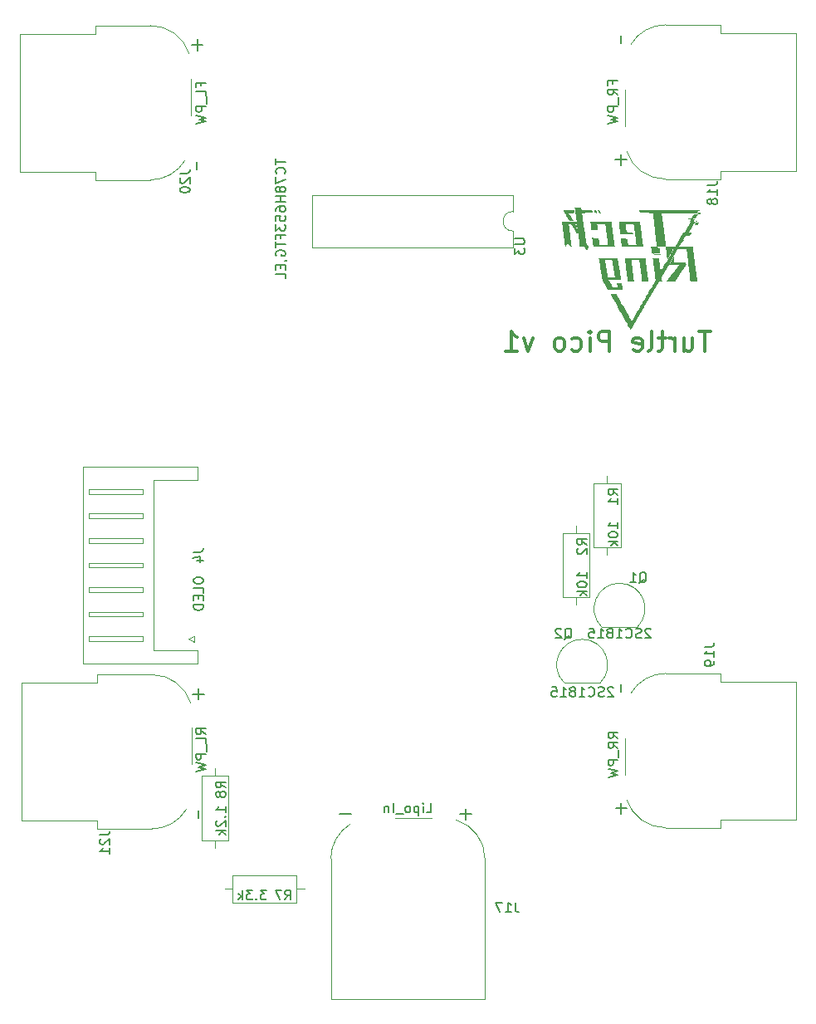
<source format=gbr>
%TF.GenerationSoftware,KiCad,Pcbnew,7.0.2*%
%TF.CreationDate,2023-08-07T19:48:10+09:00*%
%TF.ProjectId,TurtlePico,54757274-6c65-4506-9963-6f2e6b696361,rev?*%
%TF.SameCoordinates,Original*%
%TF.FileFunction,Legend,Bot*%
%TF.FilePolarity,Positive*%
%FSLAX46Y46*%
G04 Gerber Fmt 4.6, Leading zero omitted, Abs format (unit mm)*
G04 Created by KiCad (PCBNEW 7.0.2) date 2023-08-07 19:48:10*
%MOMM*%
%LPD*%
G01*
G04 APERTURE LIST*
%ADD10C,0.300000*%
%ADD11C,0.150000*%
%ADD12C,0.120000*%
G04 APERTURE END LIST*
D10*
X176893810Y-80305238D02*
X175750953Y-80305238D01*
X176322382Y-82305238D02*
X176322382Y-80305238D01*
X174227143Y-80971904D02*
X174227143Y-82305238D01*
X175084286Y-80971904D02*
X175084286Y-82019523D01*
X175084286Y-82019523D02*
X174989048Y-82210000D01*
X174989048Y-82210000D02*
X174798572Y-82305238D01*
X174798572Y-82305238D02*
X174512857Y-82305238D01*
X174512857Y-82305238D02*
X174322381Y-82210000D01*
X174322381Y-82210000D02*
X174227143Y-82114761D01*
X173274762Y-82305238D02*
X173274762Y-80971904D01*
X173274762Y-81352857D02*
X173179524Y-81162380D01*
X173179524Y-81162380D02*
X173084286Y-81067142D01*
X173084286Y-81067142D02*
X172893810Y-80971904D01*
X172893810Y-80971904D02*
X172703333Y-80971904D01*
X172322381Y-80971904D02*
X171560477Y-80971904D01*
X172036667Y-80305238D02*
X172036667Y-82019523D01*
X172036667Y-82019523D02*
X171941429Y-82210000D01*
X171941429Y-82210000D02*
X171750953Y-82305238D01*
X171750953Y-82305238D02*
X171560477Y-82305238D01*
X170608096Y-82305238D02*
X170798572Y-82210000D01*
X170798572Y-82210000D02*
X170893810Y-82019523D01*
X170893810Y-82019523D02*
X170893810Y-80305238D01*
X169084286Y-82210000D02*
X169274762Y-82305238D01*
X169274762Y-82305238D02*
X169655715Y-82305238D01*
X169655715Y-82305238D02*
X169846191Y-82210000D01*
X169846191Y-82210000D02*
X169941429Y-82019523D01*
X169941429Y-82019523D02*
X169941429Y-81257619D01*
X169941429Y-81257619D02*
X169846191Y-81067142D01*
X169846191Y-81067142D02*
X169655715Y-80971904D01*
X169655715Y-80971904D02*
X169274762Y-80971904D01*
X169274762Y-80971904D02*
X169084286Y-81067142D01*
X169084286Y-81067142D02*
X168989048Y-81257619D01*
X168989048Y-81257619D02*
X168989048Y-81448095D01*
X168989048Y-81448095D02*
X169941429Y-81638571D01*
X166608095Y-82305238D02*
X166608095Y-80305238D01*
X166608095Y-80305238D02*
X165846190Y-80305238D01*
X165846190Y-80305238D02*
X165655714Y-80400476D01*
X165655714Y-80400476D02*
X165560476Y-80495714D01*
X165560476Y-80495714D02*
X165465238Y-80686190D01*
X165465238Y-80686190D02*
X165465238Y-80971904D01*
X165465238Y-80971904D02*
X165560476Y-81162380D01*
X165560476Y-81162380D02*
X165655714Y-81257619D01*
X165655714Y-81257619D02*
X165846190Y-81352857D01*
X165846190Y-81352857D02*
X166608095Y-81352857D01*
X164608095Y-82305238D02*
X164608095Y-80971904D01*
X164608095Y-80305238D02*
X164703333Y-80400476D01*
X164703333Y-80400476D02*
X164608095Y-80495714D01*
X164608095Y-80495714D02*
X164512857Y-80400476D01*
X164512857Y-80400476D02*
X164608095Y-80305238D01*
X164608095Y-80305238D02*
X164608095Y-80495714D01*
X162798571Y-82210000D02*
X162989047Y-82305238D01*
X162989047Y-82305238D02*
X163370000Y-82305238D01*
X163370000Y-82305238D02*
X163560476Y-82210000D01*
X163560476Y-82210000D02*
X163655714Y-82114761D01*
X163655714Y-82114761D02*
X163750952Y-81924285D01*
X163750952Y-81924285D02*
X163750952Y-81352857D01*
X163750952Y-81352857D02*
X163655714Y-81162380D01*
X163655714Y-81162380D02*
X163560476Y-81067142D01*
X163560476Y-81067142D02*
X163370000Y-80971904D01*
X163370000Y-80971904D02*
X162989047Y-80971904D01*
X162989047Y-80971904D02*
X162798571Y-81067142D01*
X161655714Y-82305238D02*
X161846190Y-82210000D01*
X161846190Y-82210000D02*
X161941428Y-82114761D01*
X161941428Y-82114761D02*
X162036666Y-81924285D01*
X162036666Y-81924285D02*
X162036666Y-81352857D01*
X162036666Y-81352857D02*
X161941428Y-81162380D01*
X161941428Y-81162380D02*
X161846190Y-81067142D01*
X161846190Y-81067142D02*
X161655714Y-80971904D01*
X161655714Y-80971904D02*
X161369999Y-80971904D01*
X161369999Y-80971904D02*
X161179523Y-81067142D01*
X161179523Y-81067142D02*
X161084285Y-81162380D01*
X161084285Y-81162380D02*
X160989047Y-81352857D01*
X160989047Y-81352857D02*
X160989047Y-81924285D01*
X160989047Y-81924285D02*
X161084285Y-82114761D01*
X161084285Y-82114761D02*
X161179523Y-82210000D01*
X161179523Y-82210000D02*
X161369999Y-82305238D01*
X161369999Y-82305238D02*
X161655714Y-82305238D01*
X158798570Y-80971904D02*
X158322380Y-82305238D01*
X158322380Y-82305238D02*
X157846189Y-80971904D01*
X156036665Y-82305238D02*
X157179522Y-82305238D01*
X156608094Y-82305238D02*
X156608094Y-80305238D01*
X156608094Y-80305238D02*
X156798570Y-80590952D01*
X156798570Y-80590952D02*
X156989046Y-80781428D01*
X156989046Y-80781428D02*
X157179522Y-80876666D01*
D11*
%TO.C,J19*%
X176292619Y-112474476D02*
X177006904Y-112474476D01*
X177006904Y-112474476D02*
X177149761Y-112426857D01*
X177149761Y-112426857D02*
X177245000Y-112331619D01*
X177245000Y-112331619D02*
X177292619Y-112188762D01*
X177292619Y-112188762D02*
X177292619Y-112093524D01*
X177292619Y-113474476D02*
X177292619Y-112903048D01*
X177292619Y-113188762D02*
X176292619Y-113188762D01*
X176292619Y-113188762D02*
X176435476Y-113093524D01*
X176435476Y-113093524D02*
X176530714Y-112998286D01*
X176530714Y-112998286D02*
X176578333Y-112903048D01*
X177292619Y-113950667D02*
X177292619Y-114141143D01*
X177292619Y-114141143D02*
X177245000Y-114236381D01*
X177245000Y-114236381D02*
X177197380Y-114284000D01*
X177197380Y-114284000D02*
X177054523Y-114379238D01*
X177054523Y-114379238D02*
X176864047Y-114426857D01*
X176864047Y-114426857D02*
X176483095Y-114426857D01*
X176483095Y-114426857D02*
X176387857Y-114379238D01*
X176387857Y-114379238D02*
X176340238Y-114331619D01*
X176340238Y-114331619D02*
X176292619Y-114236381D01*
X176292619Y-114236381D02*
X176292619Y-114045905D01*
X176292619Y-114045905D02*
X176340238Y-113950667D01*
X176340238Y-113950667D02*
X176387857Y-113903048D01*
X176387857Y-113903048D02*
X176483095Y-113855429D01*
X176483095Y-113855429D02*
X176721190Y-113855429D01*
X176721190Y-113855429D02*
X176816428Y-113903048D01*
X176816428Y-113903048D02*
X176864047Y-113950667D01*
X176864047Y-113950667D02*
X176911666Y-114045905D01*
X176911666Y-114045905D02*
X176911666Y-114236381D01*
X176911666Y-114236381D02*
X176864047Y-114331619D01*
X176864047Y-114331619D02*
X176816428Y-114379238D01*
X176816428Y-114379238D02*
X176721190Y-114426857D01*
X167467619Y-121801142D02*
X166991428Y-121467809D01*
X167467619Y-121229714D02*
X166467619Y-121229714D01*
X166467619Y-121229714D02*
X166467619Y-121610666D01*
X166467619Y-121610666D02*
X166515238Y-121705904D01*
X166515238Y-121705904D02*
X166562857Y-121753523D01*
X166562857Y-121753523D02*
X166658095Y-121801142D01*
X166658095Y-121801142D02*
X166800952Y-121801142D01*
X166800952Y-121801142D02*
X166896190Y-121753523D01*
X166896190Y-121753523D02*
X166943809Y-121705904D01*
X166943809Y-121705904D02*
X166991428Y-121610666D01*
X166991428Y-121610666D02*
X166991428Y-121229714D01*
X167467619Y-122801142D02*
X166991428Y-122467809D01*
X167467619Y-122229714D02*
X166467619Y-122229714D01*
X166467619Y-122229714D02*
X166467619Y-122610666D01*
X166467619Y-122610666D02*
X166515238Y-122705904D01*
X166515238Y-122705904D02*
X166562857Y-122753523D01*
X166562857Y-122753523D02*
X166658095Y-122801142D01*
X166658095Y-122801142D02*
X166800952Y-122801142D01*
X166800952Y-122801142D02*
X166896190Y-122753523D01*
X166896190Y-122753523D02*
X166943809Y-122705904D01*
X166943809Y-122705904D02*
X166991428Y-122610666D01*
X166991428Y-122610666D02*
X166991428Y-122229714D01*
X167562857Y-122991619D02*
X167562857Y-123753523D01*
X167467619Y-123991619D02*
X166467619Y-123991619D01*
X166467619Y-123991619D02*
X166467619Y-124372571D01*
X166467619Y-124372571D02*
X166515238Y-124467809D01*
X166515238Y-124467809D02*
X166562857Y-124515428D01*
X166562857Y-124515428D02*
X166658095Y-124563047D01*
X166658095Y-124563047D02*
X166800952Y-124563047D01*
X166800952Y-124563047D02*
X166896190Y-124515428D01*
X166896190Y-124515428D02*
X166943809Y-124467809D01*
X166943809Y-124467809D02*
X166991428Y-124372571D01*
X166991428Y-124372571D02*
X166991428Y-123991619D01*
X166467619Y-124896381D02*
X167467619Y-125134476D01*
X167467619Y-125134476D02*
X166753333Y-125324952D01*
X166753333Y-125324952D02*
X167467619Y-125515428D01*
X167467619Y-125515428D02*
X166467619Y-125753524D01*
X167761666Y-116263048D02*
X167761666Y-117024953D01*
X167802500Y-128372571D02*
X167802500Y-129515429D01*
X168373928Y-128944000D02*
X167231071Y-128944000D01*
%TO.C,U3*%
X156942619Y-70866095D02*
X157752142Y-70866095D01*
X157752142Y-70866095D02*
X157847380Y-70913714D01*
X157847380Y-70913714D02*
X157895000Y-70961333D01*
X157895000Y-70961333D02*
X157942619Y-71056571D01*
X157942619Y-71056571D02*
X157942619Y-71247047D01*
X157942619Y-71247047D02*
X157895000Y-71342285D01*
X157895000Y-71342285D02*
X157847380Y-71389904D01*
X157847380Y-71389904D02*
X157752142Y-71437523D01*
X157752142Y-71437523D02*
X156942619Y-71437523D01*
X156942619Y-71818476D02*
X156942619Y-72437523D01*
X156942619Y-72437523D02*
X157323571Y-72104190D01*
X157323571Y-72104190D02*
X157323571Y-72247047D01*
X157323571Y-72247047D02*
X157371190Y-72342285D01*
X157371190Y-72342285D02*
X157418809Y-72389904D01*
X157418809Y-72389904D02*
X157514047Y-72437523D01*
X157514047Y-72437523D02*
X157752142Y-72437523D01*
X157752142Y-72437523D02*
X157847380Y-72389904D01*
X157847380Y-72389904D02*
X157895000Y-72342285D01*
X157895000Y-72342285D02*
X157942619Y-72247047D01*
X157942619Y-72247047D02*
X157942619Y-71961333D01*
X157942619Y-71961333D02*
X157895000Y-71866095D01*
X157895000Y-71866095D02*
X157847380Y-71818476D01*
X132558619Y-62738762D02*
X132558619Y-63310190D01*
X133558619Y-63024476D02*
X132558619Y-63024476D01*
X133463380Y-64214952D02*
X133511000Y-64167333D01*
X133511000Y-64167333D02*
X133558619Y-64024476D01*
X133558619Y-64024476D02*
X133558619Y-63929238D01*
X133558619Y-63929238D02*
X133511000Y-63786381D01*
X133511000Y-63786381D02*
X133415761Y-63691143D01*
X133415761Y-63691143D02*
X133320523Y-63643524D01*
X133320523Y-63643524D02*
X133130047Y-63595905D01*
X133130047Y-63595905D02*
X132987190Y-63595905D01*
X132987190Y-63595905D02*
X132796714Y-63643524D01*
X132796714Y-63643524D02*
X132701476Y-63691143D01*
X132701476Y-63691143D02*
X132606238Y-63786381D01*
X132606238Y-63786381D02*
X132558619Y-63929238D01*
X132558619Y-63929238D02*
X132558619Y-64024476D01*
X132558619Y-64024476D02*
X132606238Y-64167333D01*
X132606238Y-64167333D02*
X132653857Y-64214952D01*
X132558619Y-64548286D02*
X132558619Y-65214952D01*
X132558619Y-65214952D02*
X133558619Y-64786381D01*
X132987190Y-65738762D02*
X132939571Y-65643524D01*
X132939571Y-65643524D02*
X132891952Y-65595905D01*
X132891952Y-65595905D02*
X132796714Y-65548286D01*
X132796714Y-65548286D02*
X132749095Y-65548286D01*
X132749095Y-65548286D02*
X132653857Y-65595905D01*
X132653857Y-65595905D02*
X132606238Y-65643524D01*
X132606238Y-65643524D02*
X132558619Y-65738762D01*
X132558619Y-65738762D02*
X132558619Y-65929238D01*
X132558619Y-65929238D02*
X132606238Y-66024476D01*
X132606238Y-66024476D02*
X132653857Y-66072095D01*
X132653857Y-66072095D02*
X132749095Y-66119714D01*
X132749095Y-66119714D02*
X132796714Y-66119714D01*
X132796714Y-66119714D02*
X132891952Y-66072095D01*
X132891952Y-66072095D02*
X132939571Y-66024476D01*
X132939571Y-66024476D02*
X132987190Y-65929238D01*
X132987190Y-65929238D02*
X132987190Y-65738762D01*
X132987190Y-65738762D02*
X133034809Y-65643524D01*
X133034809Y-65643524D02*
X133082428Y-65595905D01*
X133082428Y-65595905D02*
X133177666Y-65548286D01*
X133177666Y-65548286D02*
X133368142Y-65548286D01*
X133368142Y-65548286D02*
X133463380Y-65595905D01*
X133463380Y-65595905D02*
X133511000Y-65643524D01*
X133511000Y-65643524D02*
X133558619Y-65738762D01*
X133558619Y-65738762D02*
X133558619Y-65929238D01*
X133558619Y-65929238D02*
X133511000Y-66024476D01*
X133511000Y-66024476D02*
X133463380Y-66072095D01*
X133463380Y-66072095D02*
X133368142Y-66119714D01*
X133368142Y-66119714D02*
X133177666Y-66119714D01*
X133177666Y-66119714D02*
X133082428Y-66072095D01*
X133082428Y-66072095D02*
X133034809Y-66024476D01*
X133034809Y-66024476D02*
X132987190Y-65929238D01*
X133558619Y-66548286D02*
X132558619Y-66548286D01*
X133034809Y-66548286D02*
X133034809Y-67119714D01*
X133558619Y-67119714D02*
X132558619Y-67119714D01*
X132558619Y-68024476D02*
X132558619Y-67834000D01*
X132558619Y-67834000D02*
X132606238Y-67738762D01*
X132606238Y-67738762D02*
X132653857Y-67691143D01*
X132653857Y-67691143D02*
X132796714Y-67595905D01*
X132796714Y-67595905D02*
X132987190Y-67548286D01*
X132987190Y-67548286D02*
X133368142Y-67548286D01*
X133368142Y-67548286D02*
X133463380Y-67595905D01*
X133463380Y-67595905D02*
X133511000Y-67643524D01*
X133511000Y-67643524D02*
X133558619Y-67738762D01*
X133558619Y-67738762D02*
X133558619Y-67929238D01*
X133558619Y-67929238D02*
X133511000Y-68024476D01*
X133511000Y-68024476D02*
X133463380Y-68072095D01*
X133463380Y-68072095D02*
X133368142Y-68119714D01*
X133368142Y-68119714D02*
X133130047Y-68119714D01*
X133130047Y-68119714D02*
X133034809Y-68072095D01*
X133034809Y-68072095D02*
X132987190Y-68024476D01*
X132987190Y-68024476D02*
X132939571Y-67929238D01*
X132939571Y-67929238D02*
X132939571Y-67738762D01*
X132939571Y-67738762D02*
X132987190Y-67643524D01*
X132987190Y-67643524D02*
X133034809Y-67595905D01*
X133034809Y-67595905D02*
X133130047Y-67548286D01*
X132558619Y-69024476D02*
X132558619Y-68548286D01*
X132558619Y-68548286D02*
X133034809Y-68500667D01*
X133034809Y-68500667D02*
X132987190Y-68548286D01*
X132987190Y-68548286D02*
X132939571Y-68643524D01*
X132939571Y-68643524D02*
X132939571Y-68881619D01*
X132939571Y-68881619D02*
X132987190Y-68976857D01*
X132987190Y-68976857D02*
X133034809Y-69024476D01*
X133034809Y-69024476D02*
X133130047Y-69072095D01*
X133130047Y-69072095D02*
X133368142Y-69072095D01*
X133368142Y-69072095D02*
X133463380Y-69024476D01*
X133463380Y-69024476D02*
X133511000Y-68976857D01*
X133511000Y-68976857D02*
X133558619Y-68881619D01*
X133558619Y-68881619D02*
X133558619Y-68643524D01*
X133558619Y-68643524D02*
X133511000Y-68548286D01*
X133511000Y-68548286D02*
X133463380Y-68500667D01*
X132558619Y-69405429D02*
X132558619Y-70024476D01*
X132558619Y-70024476D02*
X132939571Y-69691143D01*
X132939571Y-69691143D02*
X132939571Y-69834000D01*
X132939571Y-69834000D02*
X132987190Y-69929238D01*
X132987190Y-69929238D02*
X133034809Y-69976857D01*
X133034809Y-69976857D02*
X133130047Y-70024476D01*
X133130047Y-70024476D02*
X133368142Y-70024476D01*
X133368142Y-70024476D02*
X133463380Y-69976857D01*
X133463380Y-69976857D02*
X133511000Y-69929238D01*
X133511000Y-69929238D02*
X133558619Y-69834000D01*
X133558619Y-69834000D02*
X133558619Y-69548286D01*
X133558619Y-69548286D02*
X133511000Y-69453048D01*
X133511000Y-69453048D02*
X133463380Y-69405429D01*
X133034809Y-70786381D02*
X133034809Y-70453048D01*
X133558619Y-70453048D02*
X132558619Y-70453048D01*
X132558619Y-70453048D02*
X132558619Y-70929238D01*
X132558619Y-71167334D02*
X132558619Y-71738762D01*
X133558619Y-71453048D02*
X132558619Y-71453048D01*
X132606238Y-72595905D02*
X132558619Y-72500667D01*
X132558619Y-72500667D02*
X132558619Y-72357810D01*
X132558619Y-72357810D02*
X132606238Y-72214953D01*
X132606238Y-72214953D02*
X132701476Y-72119715D01*
X132701476Y-72119715D02*
X132796714Y-72072096D01*
X132796714Y-72072096D02*
X132987190Y-72024477D01*
X132987190Y-72024477D02*
X133130047Y-72024477D01*
X133130047Y-72024477D02*
X133320523Y-72072096D01*
X133320523Y-72072096D02*
X133415761Y-72119715D01*
X133415761Y-72119715D02*
X133511000Y-72214953D01*
X133511000Y-72214953D02*
X133558619Y-72357810D01*
X133558619Y-72357810D02*
X133558619Y-72453048D01*
X133558619Y-72453048D02*
X133511000Y-72595905D01*
X133511000Y-72595905D02*
X133463380Y-72643524D01*
X133463380Y-72643524D02*
X133130047Y-72643524D01*
X133130047Y-72643524D02*
X133130047Y-72453048D01*
X133511000Y-73119715D02*
X133558619Y-73119715D01*
X133558619Y-73119715D02*
X133653857Y-73072096D01*
X133653857Y-73072096D02*
X133701476Y-73024477D01*
X133034809Y-73548286D02*
X133034809Y-73881619D01*
X133558619Y-74024476D02*
X133558619Y-73548286D01*
X133558619Y-73548286D02*
X132558619Y-73548286D01*
X132558619Y-73548286D02*
X132558619Y-74024476D01*
X133558619Y-74929238D02*
X133558619Y-74453048D01*
X133558619Y-74453048D02*
X132558619Y-74453048D01*
%TO.C,Q2*%
X162020238Y-111682857D02*
X162115476Y-111635238D01*
X162115476Y-111635238D02*
X162210714Y-111540000D01*
X162210714Y-111540000D02*
X162353571Y-111397142D01*
X162353571Y-111397142D02*
X162448809Y-111349523D01*
X162448809Y-111349523D02*
X162544047Y-111349523D01*
X162496428Y-111587619D02*
X162591666Y-111540000D01*
X162591666Y-111540000D02*
X162686904Y-111444761D01*
X162686904Y-111444761D02*
X162734523Y-111254285D01*
X162734523Y-111254285D02*
X162734523Y-110920952D01*
X162734523Y-110920952D02*
X162686904Y-110730476D01*
X162686904Y-110730476D02*
X162591666Y-110635238D01*
X162591666Y-110635238D02*
X162496428Y-110587619D01*
X162496428Y-110587619D02*
X162305952Y-110587619D01*
X162305952Y-110587619D02*
X162210714Y-110635238D01*
X162210714Y-110635238D02*
X162115476Y-110730476D01*
X162115476Y-110730476D02*
X162067857Y-110920952D01*
X162067857Y-110920952D02*
X162067857Y-111254285D01*
X162067857Y-111254285D02*
X162115476Y-111444761D01*
X162115476Y-111444761D02*
X162210714Y-111540000D01*
X162210714Y-111540000D02*
X162305952Y-111587619D01*
X162305952Y-111587619D02*
X162496428Y-111587619D01*
X161686904Y-110682857D02*
X161639285Y-110635238D01*
X161639285Y-110635238D02*
X161544047Y-110587619D01*
X161544047Y-110587619D02*
X161305952Y-110587619D01*
X161305952Y-110587619D02*
X161210714Y-110635238D01*
X161210714Y-110635238D02*
X161163095Y-110682857D01*
X161163095Y-110682857D02*
X161115476Y-110778095D01*
X161115476Y-110778095D02*
X161115476Y-110873333D01*
X161115476Y-110873333D02*
X161163095Y-111016190D01*
X161163095Y-111016190D02*
X161734523Y-111587619D01*
X161734523Y-111587619D02*
X161115476Y-111587619D01*
X166996666Y-116647857D02*
X166949047Y-116600238D01*
X166949047Y-116600238D02*
X166853809Y-116552619D01*
X166853809Y-116552619D02*
X166615714Y-116552619D01*
X166615714Y-116552619D02*
X166520476Y-116600238D01*
X166520476Y-116600238D02*
X166472857Y-116647857D01*
X166472857Y-116647857D02*
X166425238Y-116743095D01*
X166425238Y-116743095D02*
X166425238Y-116838333D01*
X166425238Y-116838333D02*
X166472857Y-116981190D01*
X166472857Y-116981190D02*
X167044285Y-117552619D01*
X167044285Y-117552619D02*
X166425238Y-117552619D01*
X166044285Y-117505000D02*
X165901428Y-117552619D01*
X165901428Y-117552619D02*
X165663333Y-117552619D01*
X165663333Y-117552619D02*
X165568095Y-117505000D01*
X165568095Y-117505000D02*
X165520476Y-117457380D01*
X165520476Y-117457380D02*
X165472857Y-117362142D01*
X165472857Y-117362142D02*
X165472857Y-117266904D01*
X165472857Y-117266904D02*
X165520476Y-117171666D01*
X165520476Y-117171666D02*
X165568095Y-117124047D01*
X165568095Y-117124047D02*
X165663333Y-117076428D01*
X165663333Y-117076428D02*
X165853809Y-117028809D01*
X165853809Y-117028809D02*
X165949047Y-116981190D01*
X165949047Y-116981190D02*
X165996666Y-116933571D01*
X165996666Y-116933571D02*
X166044285Y-116838333D01*
X166044285Y-116838333D02*
X166044285Y-116743095D01*
X166044285Y-116743095D02*
X165996666Y-116647857D01*
X165996666Y-116647857D02*
X165949047Y-116600238D01*
X165949047Y-116600238D02*
X165853809Y-116552619D01*
X165853809Y-116552619D02*
X165615714Y-116552619D01*
X165615714Y-116552619D02*
X165472857Y-116600238D01*
X164472857Y-117457380D02*
X164520476Y-117505000D01*
X164520476Y-117505000D02*
X164663333Y-117552619D01*
X164663333Y-117552619D02*
X164758571Y-117552619D01*
X164758571Y-117552619D02*
X164901428Y-117505000D01*
X164901428Y-117505000D02*
X164996666Y-117409761D01*
X164996666Y-117409761D02*
X165044285Y-117314523D01*
X165044285Y-117314523D02*
X165091904Y-117124047D01*
X165091904Y-117124047D02*
X165091904Y-116981190D01*
X165091904Y-116981190D02*
X165044285Y-116790714D01*
X165044285Y-116790714D02*
X164996666Y-116695476D01*
X164996666Y-116695476D02*
X164901428Y-116600238D01*
X164901428Y-116600238D02*
X164758571Y-116552619D01*
X164758571Y-116552619D02*
X164663333Y-116552619D01*
X164663333Y-116552619D02*
X164520476Y-116600238D01*
X164520476Y-116600238D02*
X164472857Y-116647857D01*
X163520476Y-117552619D02*
X164091904Y-117552619D01*
X163806190Y-117552619D02*
X163806190Y-116552619D01*
X163806190Y-116552619D02*
X163901428Y-116695476D01*
X163901428Y-116695476D02*
X163996666Y-116790714D01*
X163996666Y-116790714D02*
X164091904Y-116838333D01*
X162949047Y-116981190D02*
X163044285Y-116933571D01*
X163044285Y-116933571D02*
X163091904Y-116885952D01*
X163091904Y-116885952D02*
X163139523Y-116790714D01*
X163139523Y-116790714D02*
X163139523Y-116743095D01*
X163139523Y-116743095D02*
X163091904Y-116647857D01*
X163091904Y-116647857D02*
X163044285Y-116600238D01*
X163044285Y-116600238D02*
X162949047Y-116552619D01*
X162949047Y-116552619D02*
X162758571Y-116552619D01*
X162758571Y-116552619D02*
X162663333Y-116600238D01*
X162663333Y-116600238D02*
X162615714Y-116647857D01*
X162615714Y-116647857D02*
X162568095Y-116743095D01*
X162568095Y-116743095D02*
X162568095Y-116790714D01*
X162568095Y-116790714D02*
X162615714Y-116885952D01*
X162615714Y-116885952D02*
X162663333Y-116933571D01*
X162663333Y-116933571D02*
X162758571Y-116981190D01*
X162758571Y-116981190D02*
X162949047Y-116981190D01*
X162949047Y-116981190D02*
X163044285Y-117028809D01*
X163044285Y-117028809D02*
X163091904Y-117076428D01*
X163091904Y-117076428D02*
X163139523Y-117171666D01*
X163139523Y-117171666D02*
X163139523Y-117362142D01*
X163139523Y-117362142D02*
X163091904Y-117457380D01*
X163091904Y-117457380D02*
X163044285Y-117505000D01*
X163044285Y-117505000D02*
X162949047Y-117552619D01*
X162949047Y-117552619D02*
X162758571Y-117552619D01*
X162758571Y-117552619D02*
X162663333Y-117505000D01*
X162663333Y-117505000D02*
X162615714Y-117457380D01*
X162615714Y-117457380D02*
X162568095Y-117362142D01*
X162568095Y-117362142D02*
X162568095Y-117171666D01*
X162568095Y-117171666D02*
X162615714Y-117076428D01*
X162615714Y-117076428D02*
X162663333Y-117028809D01*
X162663333Y-117028809D02*
X162758571Y-116981190D01*
X161615714Y-117552619D02*
X162187142Y-117552619D01*
X161901428Y-117552619D02*
X161901428Y-116552619D01*
X161901428Y-116552619D02*
X161996666Y-116695476D01*
X161996666Y-116695476D02*
X162091904Y-116790714D01*
X162091904Y-116790714D02*
X162187142Y-116838333D01*
X160710952Y-116552619D02*
X161187142Y-116552619D01*
X161187142Y-116552619D02*
X161234761Y-117028809D01*
X161234761Y-117028809D02*
X161187142Y-116981190D01*
X161187142Y-116981190D02*
X161091904Y-116933571D01*
X161091904Y-116933571D02*
X160853809Y-116933571D01*
X160853809Y-116933571D02*
X160758571Y-116981190D01*
X160758571Y-116981190D02*
X160710952Y-117028809D01*
X160710952Y-117028809D02*
X160663333Y-117124047D01*
X160663333Y-117124047D02*
X160663333Y-117362142D01*
X160663333Y-117362142D02*
X160710952Y-117457380D01*
X160710952Y-117457380D02*
X160758571Y-117505000D01*
X160758571Y-117505000D02*
X160853809Y-117552619D01*
X160853809Y-117552619D02*
X161091904Y-117552619D01*
X161091904Y-117552619D02*
X161187142Y-117505000D01*
X161187142Y-117505000D02*
X161234761Y-117457380D01*
%TO.C,J20*%
X122810619Y-64214476D02*
X123524904Y-64214476D01*
X123524904Y-64214476D02*
X123667761Y-64166857D01*
X123667761Y-64166857D02*
X123763000Y-64071619D01*
X123763000Y-64071619D02*
X123810619Y-63928762D01*
X123810619Y-63928762D02*
X123810619Y-63833524D01*
X122905857Y-64643048D02*
X122858238Y-64690667D01*
X122858238Y-64690667D02*
X122810619Y-64785905D01*
X122810619Y-64785905D02*
X122810619Y-65024000D01*
X122810619Y-65024000D02*
X122858238Y-65119238D01*
X122858238Y-65119238D02*
X122905857Y-65166857D01*
X122905857Y-65166857D02*
X123001095Y-65214476D01*
X123001095Y-65214476D02*
X123096333Y-65214476D01*
X123096333Y-65214476D02*
X123239190Y-65166857D01*
X123239190Y-65166857D02*
X123810619Y-64595429D01*
X123810619Y-64595429D02*
X123810619Y-65214476D01*
X122810619Y-65833524D02*
X122810619Y-65928762D01*
X122810619Y-65928762D02*
X122858238Y-66024000D01*
X122858238Y-66024000D02*
X122905857Y-66071619D01*
X122905857Y-66071619D02*
X123001095Y-66119238D01*
X123001095Y-66119238D02*
X123191571Y-66166857D01*
X123191571Y-66166857D02*
X123429666Y-66166857D01*
X123429666Y-66166857D02*
X123620142Y-66119238D01*
X123620142Y-66119238D02*
X123715380Y-66071619D01*
X123715380Y-66071619D02*
X123763000Y-66024000D01*
X123763000Y-66024000D02*
X123810619Y-65928762D01*
X123810619Y-65928762D02*
X123810619Y-65833524D01*
X123810619Y-65833524D02*
X123763000Y-65738286D01*
X123763000Y-65738286D02*
X123715380Y-65690667D01*
X123715380Y-65690667D02*
X123620142Y-65643048D01*
X123620142Y-65643048D02*
X123429666Y-65595429D01*
X123429666Y-65595429D02*
X123191571Y-65595429D01*
X123191571Y-65595429D02*
X123001095Y-65643048D01*
X123001095Y-65643048D02*
X122905857Y-65690667D01*
X122905857Y-65690667D02*
X122858238Y-65738286D01*
X122858238Y-65738286D02*
X122810619Y-65833524D01*
X124937809Y-55289714D02*
X124937809Y-54956381D01*
X125461619Y-54956381D02*
X124461619Y-54956381D01*
X124461619Y-54956381D02*
X124461619Y-55432571D01*
X125461619Y-56289714D02*
X125461619Y-55813524D01*
X125461619Y-55813524D02*
X124461619Y-55813524D01*
X125556857Y-56384953D02*
X125556857Y-57146857D01*
X125461619Y-57384953D02*
X124461619Y-57384953D01*
X124461619Y-57384953D02*
X124461619Y-57765905D01*
X124461619Y-57765905D02*
X124509238Y-57861143D01*
X124509238Y-57861143D02*
X124556857Y-57908762D01*
X124556857Y-57908762D02*
X124652095Y-57956381D01*
X124652095Y-57956381D02*
X124794952Y-57956381D01*
X124794952Y-57956381D02*
X124890190Y-57908762D01*
X124890190Y-57908762D02*
X124937809Y-57861143D01*
X124937809Y-57861143D02*
X124985428Y-57765905D01*
X124985428Y-57765905D02*
X124985428Y-57384953D01*
X124461619Y-58289715D02*
X125461619Y-58527810D01*
X125461619Y-58527810D02*
X124747333Y-58718286D01*
X124747333Y-58718286D02*
X125461619Y-58908762D01*
X125461619Y-58908762D02*
X124461619Y-59146858D01*
X124532666Y-63023048D02*
X124532666Y-63784953D01*
X124573500Y-50532571D02*
X124573500Y-51675429D01*
X125144928Y-51104000D02*
X124002071Y-51104000D01*
%TO.C,R2*%
X164292619Y-102068333D02*
X163816428Y-101735000D01*
X164292619Y-101496905D02*
X163292619Y-101496905D01*
X163292619Y-101496905D02*
X163292619Y-101877857D01*
X163292619Y-101877857D02*
X163340238Y-101973095D01*
X163340238Y-101973095D02*
X163387857Y-102020714D01*
X163387857Y-102020714D02*
X163483095Y-102068333D01*
X163483095Y-102068333D02*
X163625952Y-102068333D01*
X163625952Y-102068333D02*
X163721190Y-102020714D01*
X163721190Y-102020714D02*
X163768809Y-101973095D01*
X163768809Y-101973095D02*
X163816428Y-101877857D01*
X163816428Y-101877857D02*
X163816428Y-101496905D01*
X163387857Y-102449286D02*
X163340238Y-102496905D01*
X163340238Y-102496905D02*
X163292619Y-102592143D01*
X163292619Y-102592143D02*
X163292619Y-102830238D01*
X163292619Y-102830238D02*
X163340238Y-102925476D01*
X163340238Y-102925476D02*
X163387857Y-102973095D01*
X163387857Y-102973095D02*
X163483095Y-103020714D01*
X163483095Y-103020714D02*
X163578333Y-103020714D01*
X163578333Y-103020714D02*
X163721190Y-102973095D01*
X163721190Y-102973095D02*
X164292619Y-102401667D01*
X164292619Y-102401667D02*
X164292619Y-103020714D01*
X164292619Y-105449761D02*
X164292619Y-104878333D01*
X164292619Y-105164047D02*
X163292619Y-105164047D01*
X163292619Y-105164047D02*
X163435476Y-105068809D01*
X163435476Y-105068809D02*
X163530714Y-104973571D01*
X163530714Y-104973571D02*
X163578333Y-104878333D01*
X163292619Y-106068809D02*
X163292619Y-106164047D01*
X163292619Y-106164047D02*
X163340238Y-106259285D01*
X163340238Y-106259285D02*
X163387857Y-106306904D01*
X163387857Y-106306904D02*
X163483095Y-106354523D01*
X163483095Y-106354523D02*
X163673571Y-106402142D01*
X163673571Y-106402142D02*
X163911666Y-106402142D01*
X163911666Y-106402142D02*
X164102142Y-106354523D01*
X164102142Y-106354523D02*
X164197380Y-106306904D01*
X164197380Y-106306904D02*
X164245000Y-106259285D01*
X164245000Y-106259285D02*
X164292619Y-106164047D01*
X164292619Y-106164047D02*
X164292619Y-106068809D01*
X164292619Y-106068809D02*
X164245000Y-105973571D01*
X164245000Y-105973571D02*
X164197380Y-105925952D01*
X164197380Y-105925952D02*
X164102142Y-105878333D01*
X164102142Y-105878333D02*
X163911666Y-105830714D01*
X163911666Y-105830714D02*
X163673571Y-105830714D01*
X163673571Y-105830714D02*
X163483095Y-105878333D01*
X163483095Y-105878333D02*
X163387857Y-105925952D01*
X163387857Y-105925952D02*
X163340238Y-105973571D01*
X163340238Y-105973571D02*
X163292619Y-106068809D01*
X164292619Y-106830714D02*
X163292619Y-106830714D01*
X163911666Y-106925952D02*
X164292619Y-107211666D01*
X163625952Y-107211666D02*
X164006904Y-106830714D01*
%TO.C,R1*%
X167467619Y-96988333D02*
X166991428Y-96655000D01*
X167467619Y-96416905D02*
X166467619Y-96416905D01*
X166467619Y-96416905D02*
X166467619Y-96797857D01*
X166467619Y-96797857D02*
X166515238Y-96893095D01*
X166515238Y-96893095D02*
X166562857Y-96940714D01*
X166562857Y-96940714D02*
X166658095Y-96988333D01*
X166658095Y-96988333D02*
X166800952Y-96988333D01*
X166800952Y-96988333D02*
X166896190Y-96940714D01*
X166896190Y-96940714D02*
X166943809Y-96893095D01*
X166943809Y-96893095D02*
X166991428Y-96797857D01*
X166991428Y-96797857D02*
X166991428Y-96416905D01*
X167467619Y-97940714D02*
X167467619Y-97369286D01*
X167467619Y-97655000D02*
X166467619Y-97655000D01*
X166467619Y-97655000D02*
X166610476Y-97559762D01*
X166610476Y-97559762D02*
X166705714Y-97464524D01*
X166705714Y-97464524D02*
X166753333Y-97369286D01*
X167467619Y-100369761D02*
X167467619Y-99798333D01*
X167467619Y-100084047D02*
X166467619Y-100084047D01*
X166467619Y-100084047D02*
X166610476Y-99988809D01*
X166610476Y-99988809D02*
X166705714Y-99893571D01*
X166705714Y-99893571D02*
X166753333Y-99798333D01*
X166467619Y-100988809D02*
X166467619Y-101084047D01*
X166467619Y-101084047D02*
X166515238Y-101179285D01*
X166515238Y-101179285D02*
X166562857Y-101226904D01*
X166562857Y-101226904D02*
X166658095Y-101274523D01*
X166658095Y-101274523D02*
X166848571Y-101322142D01*
X166848571Y-101322142D02*
X167086666Y-101322142D01*
X167086666Y-101322142D02*
X167277142Y-101274523D01*
X167277142Y-101274523D02*
X167372380Y-101226904D01*
X167372380Y-101226904D02*
X167420000Y-101179285D01*
X167420000Y-101179285D02*
X167467619Y-101084047D01*
X167467619Y-101084047D02*
X167467619Y-100988809D01*
X167467619Y-100988809D02*
X167420000Y-100893571D01*
X167420000Y-100893571D02*
X167372380Y-100845952D01*
X167372380Y-100845952D02*
X167277142Y-100798333D01*
X167277142Y-100798333D02*
X167086666Y-100750714D01*
X167086666Y-100750714D02*
X166848571Y-100750714D01*
X166848571Y-100750714D02*
X166658095Y-100798333D01*
X166658095Y-100798333D02*
X166562857Y-100845952D01*
X166562857Y-100845952D02*
X166515238Y-100893571D01*
X166515238Y-100893571D02*
X166467619Y-100988809D01*
X167467619Y-101750714D02*
X166467619Y-101750714D01*
X167086666Y-101845952D02*
X167467619Y-102131666D01*
X166800952Y-102131666D02*
X167181904Y-101750714D01*
%TO.C,J4*%
X124176619Y-102790666D02*
X124890904Y-102790666D01*
X124890904Y-102790666D02*
X125033761Y-102743047D01*
X125033761Y-102743047D02*
X125129000Y-102647809D01*
X125129000Y-102647809D02*
X125176619Y-102504952D01*
X125176619Y-102504952D02*
X125176619Y-102409714D01*
X124509952Y-103695428D02*
X125176619Y-103695428D01*
X124129000Y-103457333D02*
X124843285Y-103219238D01*
X124843285Y-103219238D02*
X124843285Y-103838285D01*
X124176619Y-105608619D02*
X124176619Y-105799095D01*
X124176619Y-105799095D02*
X124224238Y-105894333D01*
X124224238Y-105894333D02*
X124319476Y-105989571D01*
X124319476Y-105989571D02*
X124509952Y-106037190D01*
X124509952Y-106037190D02*
X124843285Y-106037190D01*
X124843285Y-106037190D02*
X125033761Y-105989571D01*
X125033761Y-105989571D02*
X125129000Y-105894333D01*
X125129000Y-105894333D02*
X125176619Y-105799095D01*
X125176619Y-105799095D02*
X125176619Y-105608619D01*
X125176619Y-105608619D02*
X125129000Y-105513381D01*
X125129000Y-105513381D02*
X125033761Y-105418143D01*
X125033761Y-105418143D02*
X124843285Y-105370524D01*
X124843285Y-105370524D02*
X124509952Y-105370524D01*
X124509952Y-105370524D02*
X124319476Y-105418143D01*
X124319476Y-105418143D02*
X124224238Y-105513381D01*
X124224238Y-105513381D02*
X124176619Y-105608619D01*
X125176619Y-106941952D02*
X125176619Y-106465762D01*
X125176619Y-106465762D02*
X124176619Y-106465762D01*
X124652809Y-107275286D02*
X124652809Y-107608619D01*
X125176619Y-107751476D02*
X125176619Y-107275286D01*
X125176619Y-107275286D02*
X124176619Y-107275286D01*
X124176619Y-107275286D02*
X124176619Y-107751476D01*
X125176619Y-108180048D02*
X124176619Y-108180048D01*
X124176619Y-108180048D02*
X124176619Y-108418143D01*
X124176619Y-108418143D02*
X124224238Y-108561000D01*
X124224238Y-108561000D02*
X124319476Y-108656238D01*
X124319476Y-108656238D02*
X124414714Y-108703857D01*
X124414714Y-108703857D02*
X124605190Y-108751476D01*
X124605190Y-108751476D02*
X124748047Y-108751476D01*
X124748047Y-108751476D02*
X124938523Y-108703857D01*
X124938523Y-108703857D02*
X125033761Y-108656238D01*
X125033761Y-108656238D02*
X125129000Y-108561000D01*
X125129000Y-108561000D02*
X125176619Y-108418143D01*
X125176619Y-108418143D02*
X125176619Y-108180048D01*
%TO.C,J21*%
X114636619Y-131632476D02*
X115350904Y-131632476D01*
X115350904Y-131632476D02*
X115493761Y-131584857D01*
X115493761Y-131584857D02*
X115589000Y-131489619D01*
X115589000Y-131489619D02*
X115636619Y-131346762D01*
X115636619Y-131346762D02*
X115636619Y-131251524D01*
X114731857Y-132061048D02*
X114684238Y-132108667D01*
X114684238Y-132108667D02*
X114636619Y-132203905D01*
X114636619Y-132203905D02*
X114636619Y-132442000D01*
X114636619Y-132442000D02*
X114684238Y-132537238D01*
X114684238Y-132537238D02*
X114731857Y-132584857D01*
X114731857Y-132584857D02*
X114827095Y-132632476D01*
X114827095Y-132632476D02*
X114922333Y-132632476D01*
X114922333Y-132632476D02*
X115065190Y-132584857D01*
X115065190Y-132584857D02*
X115636619Y-132013429D01*
X115636619Y-132013429D02*
X115636619Y-132632476D01*
X115636619Y-133584857D02*
X115636619Y-133013429D01*
X115636619Y-133299143D02*
X114636619Y-133299143D01*
X114636619Y-133299143D02*
X114779476Y-133203905D01*
X114779476Y-133203905D02*
X114874714Y-133108667D01*
X114874714Y-133108667D02*
X114922333Y-133013429D01*
X125430619Y-121388380D02*
X124954428Y-121055047D01*
X125430619Y-120816952D02*
X124430619Y-120816952D01*
X124430619Y-120816952D02*
X124430619Y-121197904D01*
X124430619Y-121197904D02*
X124478238Y-121293142D01*
X124478238Y-121293142D02*
X124525857Y-121340761D01*
X124525857Y-121340761D02*
X124621095Y-121388380D01*
X124621095Y-121388380D02*
X124763952Y-121388380D01*
X124763952Y-121388380D02*
X124859190Y-121340761D01*
X124859190Y-121340761D02*
X124906809Y-121293142D01*
X124906809Y-121293142D02*
X124954428Y-121197904D01*
X124954428Y-121197904D02*
X124954428Y-120816952D01*
X125430619Y-122293142D02*
X125430619Y-121816952D01*
X125430619Y-121816952D02*
X124430619Y-121816952D01*
X125525857Y-122388381D02*
X125525857Y-123150285D01*
X125430619Y-123388381D02*
X124430619Y-123388381D01*
X124430619Y-123388381D02*
X124430619Y-123769333D01*
X124430619Y-123769333D02*
X124478238Y-123864571D01*
X124478238Y-123864571D02*
X124525857Y-123912190D01*
X124525857Y-123912190D02*
X124621095Y-123959809D01*
X124621095Y-123959809D02*
X124763952Y-123959809D01*
X124763952Y-123959809D02*
X124859190Y-123912190D01*
X124859190Y-123912190D02*
X124906809Y-123864571D01*
X124906809Y-123864571D02*
X124954428Y-123769333D01*
X124954428Y-123769333D02*
X124954428Y-123388381D01*
X124430619Y-124293143D02*
X125430619Y-124531238D01*
X125430619Y-124531238D02*
X124716333Y-124721714D01*
X124716333Y-124721714D02*
X125430619Y-124912190D01*
X125430619Y-124912190D02*
X124430619Y-125150286D01*
X124659666Y-129190048D02*
X124659666Y-129951953D01*
X124700500Y-116699571D02*
X124700500Y-117842429D01*
X125271928Y-117271000D02*
X124129071Y-117271000D01*
%TO.C,J18*%
X176617619Y-65382476D02*
X177331904Y-65382476D01*
X177331904Y-65382476D02*
X177474761Y-65334857D01*
X177474761Y-65334857D02*
X177570000Y-65239619D01*
X177570000Y-65239619D02*
X177617619Y-65096762D01*
X177617619Y-65096762D02*
X177617619Y-65001524D01*
X177617619Y-66382476D02*
X177617619Y-65811048D01*
X177617619Y-66096762D02*
X176617619Y-66096762D01*
X176617619Y-66096762D02*
X176760476Y-66001524D01*
X176760476Y-66001524D02*
X176855714Y-65906286D01*
X176855714Y-65906286D02*
X176903333Y-65811048D01*
X177046190Y-66953905D02*
X176998571Y-66858667D01*
X176998571Y-66858667D02*
X176950952Y-66811048D01*
X176950952Y-66811048D02*
X176855714Y-66763429D01*
X176855714Y-66763429D02*
X176808095Y-66763429D01*
X176808095Y-66763429D02*
X176712857Y-66811048D01*
X176712857Y-66811048D02*
X176665238Y-66858667D01*
X176665238Y-66858667D02*
X176617619Y-66953905D01*
X176617619Y-66953905D02*
X176617619Y-67144381D01*
X176617619Y-67144381D02*
X176665238Y-67239619D01*
X176665238Y-67239619D02*
X176712857Y-67287238D01*
X176712857Y-67287238D02*
X176808095Y-67334857D01*
X176808095Y-67334857D02*
X176855714Y-67334857D01*
X176855714Y-67334857D02*
X176950952Y-67287238D01*
X176950952Y-67287238D02*
X176998571Y-67239619D01*
X176998571Y-67239619D02*
X177046190Y-67144381D01*
X177046190Y-67144381D02*
X177046190Y-66953905D01*
X177046190Y-66953905D02*
X177093809Y-66858667D01*
X177093809Y-66858667D02*
X177141428Y-66811048D01*
X177141428Y-66811048D02*
X177236666Y-66763429D01*
X177236666Y-66763429D02*
X177427142Y-66763429D01*
X177427142Y-66763429D02*
X177522380Y-66811048D01*
X177522380Y-66811048D02*
X177570000Y-66858667D01*
X177570000Y-66858667D02*
X177617619Y-66953905D01*
X177617619Y-66953905D02*
X177617619Y-67144381D01*
X177617619Y-67144381D02*
X177570000Y-67239619D01*
X177570000Y-67239619D02*
X177522380Y-67287238D01*
X177522380Y-67287238D02*
X177427142Y-67334857D01*
X177427142Y-67334857D02*
X177236666Y-67334857D01*
X177236666Y-67334857D02*
X177141428Y-67287238D01*
X177141428Y-67287238D02*
X177093809Y-67239619D01*
X177093809Y-67239619D02*
X177046190Y-67144381D01*
X166933809Y-55111476D02*
X166933809Y-54778143D01*
X167457619Y-54778143D02*
X166457619Y-54778143D01*
X166457619Y-54778143D02*
X166457619Y-55254333D01*
X167457619Y-56206714D02*
X166981428Y-55873381D01*
X167457619Y-55635286D02*
X166457619Y-55635286D01*
X166457619Y-55635286D02*
X166457619Y-56016238D01*
X166457619Y-56016238D02*
X166505238Y-56111476D01*
X166505238Y-56111476D02*
X166552857Y-56159095D01*
X166552857Y-56159095D02*
X166648095Y-56206714D01*
X166648095Y-56206714D02*
X166790952Y-56206714D01*
X166790952Y-56206714D02*
X166886190Y-56159095D01*
X166886190Y-56159095D02*
X166933809Y-56111476D01*
X166933809Y-56111476D02*
X166981428Y-56016238D01*
X166981428Y-56016238D02*
X166981428Y-55635286D01*
X167552857Y-56397191D02*
X167552857Y-57159095D01*
X167457619Y-57397191D02*
X166457619Y-57397191D01*
X166457619Y-57397191D02*
X166457619Y-57778143D01*
X166457619Y-57778143D02*
X166505238Y-57873381D01*
X166505238Y-57873381D02*
X166552857Y-57921000D01*
X166552857Y-57921000D02*
X166648095Y-57968619D01*
X166648095Y-57968619D02*
X166790952Y-57968619D01*
X166790952Y-57968619D02*
X166886190Y-57921000D01*
X166886190Y-57921000D02*
X166933809Y-57873381D01*
X166933809Y-57873381D02*
X166981428Y-57778143D01*
X166981428Y-57778143D02*
X166981428Y-57397191D01*
X166457619Y-58301953D02*
X167457619Y-58540048D01*
X167457619Y-58540048D02*
X166743333Y-58730524D01*
X166743333Y-58730524D02*
X167457619Y-58921000D01*
X167457619Y-58921000D02*
X166457619Y-59159096D01*
X167751666Y-50140048D02*
X167751666Y-50901953D01*
X167792500Y-62249571D02*
X167792500Y-63392429D01*
X168363928Y-62821000D02*
X167221071Y-62821000D01*
%TO.C,R8*%
X127462619Y-126833333D02*
X126986428Y-126500000D01*
X127462619Y-126261905D02*
X126462619Y-126261905D01*
X126462619Y-126261905D02*
X126462619Y-126642857D01*
X126462619Y-126642857D02*
X126510238Y-126738095D01*
X126510238Y-126738095D02*
X126557857Y-126785714D01*
X126557857Y-126785714D02*
X126653095Y-126833333D01*
X126653095Y-126833333D02*
X126795952Y-126833333D01*
X126795952Y-126833333D02*
X126891190Y-126785714D01*
X126891190Y-126785714D02*
X126938809Y-126738095D01*
X126938809Y-126738095D02*
X126986428Y-126642857D01*
X126986428Y-126642857D02*
X126986428Y-126261905D01*
X126891190Y-127404762D02*
X126843571Y-127309524D01*
X126843571Y-127309524D02*
X126795952Y-127261905D01*
X126795952Y-127261905D02*
X126700714Y-127214286D01*
X126700714Y-127214286D02*
X126653095Y-127214286D01*
X126653095Y-127214286D02*
X126557857Y-127261905D01*
X126557857Y-127261905D02*
X126510238Y-127309524D01*
X126510238Y-127309524D02*
X126462619Y-127404762D01*
X126462619Y-127404762D02*
X126462619Y-127595238D01*
X126462619Y-127595238D02*
X126510238Y-127690476D01*
X126510238Y-127690476D02*
X126557857Y-127738095D01*
X126557857Y-127738095D02*
X126653095Y-127785714D01*
X126653095Y-127785714D02*
X126700714Y-127785714D01*
X126700714Y-127785714D02*
X126795952Y-127738095D01*
X126795952Y-127738095D02*
X126843571Y-127690476D01*
X126843571Y-127690476D02*
X126891190Y-127595238D01*
X126891190Y-127595238D02*
X126891190Y-127404762D01*
X126891190Y-127404762D02*
X126938809Y-127309524D01*
X126938809Y-127309524D02*
X126986428Y-127261905D01*
X126986428Y-127261905D02*
X127081666Y-127214286D01*
X127081666Y-127214286D02*
X127272142Y-127214286D01*
X127272142Y-127214286D02*
X127367380Y-127261905D01*
X127367380Y-127261905D02*
X127415000Y-127309524D01*
X127415000Y-127309524D02*
X127462619Y-127404762D01*
X127462619Y-127404762D02*
X127462619Y-127595238D01*
X127462619Y-127595238D02*
X127415000Y-127690476D01*
X127415000Y-127690476D02*
X127367380Y-127738095D01*
X127367380Y-127738095D02*
X127272142Y-127785714D01*
X127272142Y-127785714D02*
X127081666Y-127785714D01*
X127081666Y-127785714D02*
X126986428Y-127738095D01*
X126986428Y-127738095D02*
X126938809Y-127690476D01*
X126938809Y-127690476D02*
X126891190Y-127595238D01*
X127462619Y-129341666D02*
X127462619Y-128770238D01*
X127462619Y-129055952D02*
X126462619Y-129055952D01*
X126462619Y-129055952D02*
X126605476Y-128960714D01*
X126605476Y-128960714D02*
X126700714Y-128865476D01*
X126700714Y-128865476D02*
X126748333Y-128770238D01*
X127367380Y-129770238D02*
X127415000Y-129817857D01*
X127415000Y-129817857D02*
X127462619Y-129770238D01*
X127462619Y-129770238D02*
X127415000Y-129722619D01*
X127415000Y-129722619D02*
X127367380Y-129770238D01*
X127367380Y-129770238D02*
X127462619Y-129770238D01*
X126557857Y-130198809D02*
X126510238Y-130246428D01*
X126510238Y-130246428D02*
X126462619Y-130341666D01*
X126462619Y-130341666D02*
X126462619Y-130579761D01*
X126462619Y-130579761D02*
X126510238Y-130674999D01*
X126510238Y-130674999D02*
X126557857Y-130722618D01*
X126557857Y-130722618D02*
X126653095Y-130770237D01*
X126653095Y-130770237D02*
X126748333Y-130770237D01*
X126748333Y-130770237D02*
X126891190Y-130722618D01*
X126891190Y-130722618D02*
X127462619Y-130151190D01*
X127462619Y-130151190D02*
X127462619Y-130770237D01*
X127462619Y-131198809D02*
X126462619Y-131198809D01*
X127081666Y-131294047D02*
X127462619Y-131579761D01*
X126795952Y-131579761D02*
X127176904Y-131198809D01*
%TO.C,R7*%
X133516666Y-138257619D02*
X133849999Y-137781428D01*
X134088094Y-138257619D02*
X134088094Y-137257619D01*
X134088094Y-137257619D02*
X133707142Y-137257619D01*
X133707142Y-137257619D02*
X133611904Y-137305238D01*
X133611904Y-137305238D02*
X133564285Y-137352857D01*
X133564285Y-137352857D02*
X133516666Y-137448095D01*
X133516666Y-137448095D02*
X133516666Y-137590952D01*
X133516666Y-137590952D02*
X133564285Y-137686190D01*
X133564285Y-137686190D02*
X133611904Y-137733809D01*
X133611904Y-137733809D02*
X133707142Y-137781428D01*
X133707142Y-137781428D02*
X134088094Y-137781428D01*
X133183332Y-137257619D02*
X132516666Y-137257619D01*
X132516666Y-137257619D02*
X132945237Y-138257619D01*
X131627380Y-137257619D02*
X131008333Y-137257619D01*
X131008333Y-137257619D02*
X131341666Y-137638571D01*
X131341666Y-137638571D02*
X131198809Y-137638571D01*
X131198809Y-137638571D02*
X131103571Y-137686190D01*
X131103571Y-137686190D02*
X131055952Y-137733809D01*
X131055952Y-137733809D02*
X131008333Y-137829047D01*
X131008333Y-137829047D02*
X131008333Y-138067142D01*
X131008333Y-138067142D02*
X131055952Y-138162380D01*
X131055952Y-138162380D02*
X131103571Y-138210000D01*
X131103571Y-138210000D02*
X131198809Y-138257619D01*
X131198809Y-138257619D02*
X131484523Y-138257619D01*
X131484523Y-138257619D02*
X131579761Y-138210000D01*
X131579761Y-138210000D02*
X131627380Y-138162380D01*
X130579761Y-138162380D02*
X130532142Y-138210000D01*
X130532142Y-138210000D02*
X130579761Y-138257619D01*
X130579761Y-138257619D02*
X130627380Y-138210000D01*
X130627380Y-138210000D02*
X130579761Y-138162380D01*
X130579761Y-138162380D02*
X130579761Y-138257619D01*
X130198809Y-137257619D02*
X129579762Y-137257619D01*
X129579762Y-137257619D02*
X129913095Y-137638571D01*
X129913095Y-137638571D02*
X129770238Y-137638571D01*
X129770238Y-137638571D02*
X129675000Y-137686190D01*
X129675000Y-137686190D02*
X129627381Y-137733809D01*
X129627381Y-137733809D02*
X129579762Y-137829047D01*
X129579762Y-137829047D02*
X129579762Y-138067142D01*
X129579762Y-138067142D02*
X129627381Y-138162380D01*
X129627381Y-138162380D02*
X129675000Y-138210000D01*
X129675000Y-138210000D02*
X129770238Y-138257619D01*
X129770238Y-138257619D02*
X130055952Y-138257619D01*
X130055952Y-138257619D02*
X130151190Y-138210000D01*
X130151190Y-138210000D02*
X130198809Y-138162380D01*
X129151190Y-138257619D02*
X129151190Y-137257619D01*
X129055952Y-137876666D02*
X128770238Y-138257619D01*
X128770238Y-137590952D02*
X129151190Y-137971904D01*
%TO.C,Q1*%
X169640238Y-105967857D02*
X169735476Y-105920238D01*
X169735476Y-105920238D02*
X169830714Y-105825000D01*
X169830714Y-105825000D02*
X169973571Y-105682142D01*
X169973571Y-105682142D02*
X170068809Y-105634523D01*
X170068809Y-105634523D02*
X170164047Y-105634523D01*
X170116428Y-105872619D02*
X170211666Y-105825000D01*
X170211666Y-105825000D02*
X170306904Y-105729761D01*
X170306904Y-105729761D02*
X170354523Y-105539285D01*
X170354523Y-105539285D02*
X170354523Y-105205952D01*
X170354523Y-105205952D02*
X170306904Y-105015476D01*
X170306904Y-105015476D02*
X170211666Y-104920238D01*
X170211666Y-104920238D02*
X170116428Y-104872619D01*
X170116428Y-104872619D02*
X169925952Y-104872619D01*
X169925952Y-104872619D02*
X169830714Y-104920238D01*
X169830714Y-104920238D02*
X169735476Y-105015476D01*
X169735476Y-105015476D02*
X169687857Y-105205952D01*
X169687857Y-105205952D02*
X169687857Y-105539285D01*
X169687857Y-105539285D02*
X169735476Y-105729761D01*
X169735476Y-105729761D02*
X169830714Y-105825000D01*
X169830714Y-105825000D02*
X169925952Y-105872619D01*
X169925952Y-105872619D02*
X170116428Y-105872619D01*
X168735476Y-105872619D02*
X169306904Y-105872619D01*
X169021190Y-105872619D02*
X169021190Y-104872619D01*
X169021190Y-104872619D02*
X169116428Y-105015476D01*
X169116428Y-105015476D02*
X169211666Y-105110714D01*
X169211666Y-105110714D02*
X169306904Y-105158333D01*
X170806666Y-110682857D02*
X170759047Y-110635238D01*
X170759047Y-110635238D02*
X170663809Y-110587619D01*
X170663809Y-110587619D02*
X170425714Y-110587619D01*
X170425714Y-110587619D02*
X170330476Y-110635238D01*
X170330476Y-110635238D02*
X170282857Y-110682857D01*
X170282857Y-110682857D02*
X170235238Y-110778095D01*
X170235238Y-110778095D02*
X170235238Y-110873333D01*
X170235238Y-110873333D02*
X170282857Y-111016190D01*
X170282857Y-111016190D02*
X170854285Y-111587619D01*
X170854285Y-111587619D02*
X170235238Y-111587619D01*
X169854285Y-111540000D02*
X169711428Y-111587619D01*
X169711428Y-111587619D02*
X169473333Y-111587619D01*
X169473333Y-111587619D02*
X169378095Y-111540000D01*
X169378095Y-111540000D02*
X169330476Y-111492380D01*
X169330476Y-111492380D02*
X169282857Y-111397142D01*
X169282857Y-111397142D02*
X169282857Y-111301904D01*
X169282857Y-111301904D02*
X169330476Y-111206666D01*
X169330476Y-111206666D02*
X169378095Y-111159047D01*
X169378095Y-111159047D02*
X169473333Y-111111428D01*
X169473333Y-111111428D02*
X169663809Y-111063809D01*
X169663809Y-111063809D02*
X169759047Y-111016190D01*
X169759047Y-111016190D02*
X169806666Y-110968571D01*
X169806666Y-110968571D02*
X169854285Y-110873333D01*
X169854285Y-110873333D02*
X169854285Y-110778095D01*
X169854285Y-110778095D02*
X169806666Y-110682857D01*
X169806666Y-110682857D02*
X169759047Y-110635238D01*
X169759047Y-110635238D02*
X169663809Y-110587619D01*
X169663809Y-110587619D02*
X169425714Y-110587619D01*
X169425714Y-110587619D02*
X169282857Y-110635238D01*
X168282857Y-111492380D02*
X168330476Y-111540000D01*
X168330476Y-111540000D02*
X168473333Y-111587619D01*
X168473333Y-111587619D02*
X168568571Y-111587619D01*
X168568571Y-111587619D02*
X168711428Y-111540000D01*
X168711428Y-111540000D02*
X168806666Y-111444761D01*
X168806666Y-111444761D02*
X168854285Y-111349523D01*
X168854285Y-111349523D02*
X168901904Y-111159047D01*
X168901904Y-111159047D02*
X168901904Y-111016190D01*
X168901904Y-111016190D02*
X168854285Y-110825714D01*
X168854285Y-110825714D02*
X168806666Y-110730476D01*
X168806666Y-110730476D02*
X168711428Y-110635238D01*
X168711428Y-110635238D02*
X168568571Y-110587619D01*
X168568571Y-110587619D02*
X168473333Y-110587619D01*
X168473333Y-110587619D02*
X168330476Y-110635238D01*
X168330476Y-110635238D02*
X168282857Y-110682857D01*
X167330476Y-111587619D02*
X167901904Y-111587619D01*
X167616190Y-111587619D02*
X167616190Y-110587619D01*
X167616190Y-110587619D02*
X167711428Y-110730476D01*
X167711428Y-110730476D02*
X167806666Y-110825714D01*
X167806666Y-110825714D02*
X167901904Y-110873333D01*
X166759047Y-111016190D02*
X166854285Y-110968571D01*
X166854285Y-110968571D02*
X166901904Y-110920952D01*
X166901904Y-110920952D02*
X166949523Y-110825714D01*
X166949523Y-110825714D02*
X166949523Y-110778095D01*
X166949523Y-110778095D02*
X166901904Y-110682857D01*
X166901904Y-110682857D02*
X166854285Y-110635238D01*
X166854285Y-110635238D02*
X166759047Y-110587619D01*
X166759047Y-110587619D02*
X166568571Y-110587619D01*
X166568571Y-110587619D02*
X166473333Y-110635238D01*
X166473333Y-110635238D02*
X166425714Y-110682857D01*
X166425714Y-110682857D02*
X166378095Y-110778095D01*
X166378095Y-110778095D02*
X166378095Y-110825714D01*
X166378095Y-110825714D02*
X166425714Y-110920952D01*
X166425714Y-110920952D02*
X166473333Y-110968571D01*
X166473333Y-110968571D02*
X166568571Y-111016190D01*
X166568571Y-111016190D02*
X166759047Y-111016190D01*
X166759047Y-111016190D02*
X166854285Y-111063809D01*
X166854285Y-111063809D02*
X166901904Y-111111428D01*
X166901904Y-111111428D02*
X166949523Y-111206666D01*
X166949523Y-111206666D02*
X166949523Y-111397142D01*
X166949523Y-111397142D02*
X166901904Y-111492380D01*
X166901904Y-111492380D02*
X166854285Y-111540000D01*
X166854285Y-111540000D02*
X166759047Y-111587619D01*
X166759047Y-111587619D02*
X166568571Y-111587619D01*
X166568571Y-111587619D02*
X166473333Y-111540000D01*
X166473333Y-111540000D02*
X166425714Y-111492380D01*
X166425714Y-111492380D02*
X166378095Y-111397142D01*
X166378095Y-111397142D02*
X166378095Y-111206666D01*
X166378095Y-111206666D02*
X166425714Y-111111428D01*
X166425714Y-111111428D02*
X166473333Y-111063809D01*
X166473333Y-111063809D02*
X166568571Y-111016190D01*
X165425714Y-111587619D02*
X165997142Y-111587619D01*
X165711428Y-111587619D02*
X165711428Y-110587619D01*
X165711428Y-110587619D02*
X165806666Y-110730476D01*
X165806666Y-110730476D02*
X165901904Y-110825714D01*
X165901904Y-110825714D02*
X165997142Y-110873333D01*
X164520952Y-110587619D02*
X164997142Y-110587619D01*
X164997142Y-110587619D02*
X165044761Y-111063809D01*
X165044761Y-111063809D02*
X164997142Y-111016190D01*
X164997142Y-111016190D02*
X164901904Y-110968571D01*
X164901904Y-110968571D02*
X164663809Y-110968571D01*
X164663809Y-110968571D02*
X164568571Y-111016190D01*
X164568571Y-111016190D02*
X164520952Y-111063809D01*
X164520952Y-111063809D02*
X164473333Y-111159047D01*
X164473333Y-111159047D02*
X164473333Y-111397142D01*
X164473333Y-111397142D02*
X164520952Y-111492380D01*
X164520952Y-111492380D02*
X164568571Y-111540000D01*
X164568571Y-111540000D02*
X164663809Y-111587619D01*
X164663809Y-111587619D02*
X164901904Y-111587619D01*
X164901904Y-111587619D02*
X164997142Y-111540000D01*
X164997142Y-111540000D02*
X165044761Y-111492380D01*
%TO.C,J17*%
X157019523Y-138527619D02*
X157019523Y-139241904D01*
X157019523Y-139241904D02*
X157067142Y-139384761D01*
X157067142Y-139384761D02*
X157162380Y-139480000D01*
X157162380Y-139480000D02*
X157305237Y-139527619D01*
X157305237Y-139527619D02*
X157400475Y-139527619D01*
X156019523Y-139527619D02*
X156590951Y-139527619D01*
X156305237Y-139527619D02*
X156305237Y-138527619D01*
X156305237Y-138527619D02*
X156400475Y-138670476D01*
X156400475Y-138670476D02*
X156495713Y-138765714D01*
X156495713Y-138765714D02*
X156590951Y-138813333D01*
X155686189Y-138527619D02*
X155019523Y-138527619D01*
X155019523Y-138527619D02*
X155448094Y-139527619D01*
X147954761Y-129367619D02*
X148430951Y-129367619D01*
X148430951Y-129367619D02*
X148430951Y-128367619D01*
X147621427Y-129367619D02*
X147621427Y-128700952D01*
X147621427Y-128367619D02*
X147669046Y-128415238D01*
X147669046Y-128415238D02*
X147621427Y-128462857D01*
X147621427Y-128462857D02*
X147573808Y-128415238D01*
X147573808Y-128415238D02*
X147621427Y-128367619D01*
X147621427Y-128367619D02*
X147621427Y-128462857D01*
X147145237Y-128700952D02*
X147145237Y-129700952D01*
X147145237Y-128748571D02*
X147049999Y-128700952D01*
X147049999Y-128700952D02*
X146859523Y-128700952D01*
X146859523Y-128700952D02*
X146764285Y-128748571D01*
X146764285Y-128748571D02*
X146716666Y-128796190D01*
X146716666Y-128796190D02*
X146669047Y-128891428D01*
X146669047Y-128891428D02*
X146669047Y-129177142D01*
X146669047Y-129177142D02*
X146716666Y-129272380D01*
X146716666Y-129272380D02*
X146764285Y-129320000D01*
X146764285Y-129320000D02*
X146859523Y-129367619D01*
X146859523Y-129367619D02*
X147049999Y-129367619D01*
X147049999Y-129367619D02*
X147145237Y-129320000D01*
X146097618Y-129367619D02*
X146192856Y-129320000D01*
X146192856Y-129320000D02*
X146240475Y-129272380D01*
X146240475Y-129272380D02*
X146288094Y-129177142D01*
X146288094Y-129177142D02*
X146288094Y-128891428D01*
X146288094Y-128891428D02*
X146240475Y-128796190D01*
X146240475Y-128796190D02*
X146192856Y-128748571D01*
X146192856Y-128748571D02*
X146097618Y-128700952D01*
X146097618Y-128700952D02*
X145954761Y-128700952D01*
X145954761Y-128700952D02*
X145859523Y-128748571D01*
X145859523Y-128748571D02*
X145811904Y-128796190D01*
X145811904Y-128796190D02*
X145764285Y-128891428D01*
X145764285Y-128891428D02*
X145764285Y-129177142D01*
X145764285Y-129177142D02*
X145811904Y-129272380D01*
X145811904Y-129272380D02*
X145859523Y-129320000D01*
X145859523Y-129320000D02*
X145954761Y-129367619D01*
X145954761Y-129367619D02*
X146097618Y-129367619D01*
X145573809Y-129462857D02*
X144811904Y-129462857D01*
X144573808Y-129367619D02*
X144573808Y-128367619D01*
X144097618Y-128700952D02*
X144097618Y-129367619D01*
X144097618Y-128796190D02*
X144049999Y-128748571D01*
X144049999Y-128748571D02*
X143954761Y-128700952D01*
X143954761Y-128700952D02*
X143811904Y-128700952D01*
X143811904Y-128700952D02*
X143716666Y-128748571D01*
X143716666Y-128748571D02*
X143669047Y-128843809D01*
X143669047Y-128843809D02*
X143669047Y-129367619D01*
X152521428Y-129537500D02*
X151378571Y-129537500D01*
X151949999Y-130108928D02*
X151949999Y-128966071D01*
X140221428Y-129537500D02*
X139078571Y-129537500D01*
D12*
%TO.C,J19*%
X177940000Y-130904000D02*
X172330000Y-130904000D01*
X177940000Y-130904000D02*
X177940000Y-130054000D01*
X185640000Y-130054000D02*
X177940000Y-130054000D01*
X185640000Y-130054000D02*
X185640000Y-116034000D01*
X168220000Y-125494000D02*
X168220000Y-121754000D01*
X177940000Y-116034000D02*
X177940000Y-115184000D01*
X185640000Y-116034000D02*
X177940000Y-116034000D01*
X177940000Y-115184000D02*
X172330000Y-115184000D01*
X168371282Y-128033900D02*
G75*
G03*
X172330000Y-130903999I3918716J1239898D01*
G01*
X172330000Y-115184000D02*
G75*
G03*
X168807042Y-117177194I0J-4110000D01*
G01*
%TO.C,U3*%
X136323000Y-71728000D02*
X136323000Y-66428000D01*
X156763000Y-71728000D02*
X136323000Y-71728000D01*
X156763000Y-70078000D02*
X156763000Y-71728000D01*
X136323000Y-66428000D02*
X156763000Y-66428000D01*
X156763000Y-66428000D02*
X156763000Y-68078000D01*
X156763000Y-68078000D02*
G75*
G03*
X156763000Y-70078000I0J-1000000D01*
G01*
%TO.C,Q2*%
X165630000Y-116150000D02*
X162030000Y-116150000D01*
X165668478Y-116138478D02*
G75*
G03*
X163830000Y-111700000I-1838478J1838478D01*
G01*
X163830000Y-111700000D02*
G75*
G03*
X161991522Y-116138478I0J-2600000D01*
G01*
%TO.C,J20*%
X114191000Y-49144000D02*
X119801000Y-49144000D01*
X114191000Y-49144000D02*
X114191000Y-49994000D01*
X106491000Y-49994000D02*
X114191000Y-49994000D01*
X106491000Y-49994000D02*
X106491000Y-64014000D01*
X123911000Y-54554000D02*
X123911000Y-58294000D01*
X114191000Y-64014000D02*
X114191000Y-64864000D01*
X106491000Y-64014000D02*
X114191000Y-64014000D01*
X114191000Y-64864000D02*
X119801000Y-64864000D01*
X123759718Y-52014100D02*
G75*
G03*
X119801000Y-49144001I-3918716J-1239898D01*
G01*
X119801000Y-64864000D02*
G75*
G03*
X123323958Y-62870806I0J4110000D01*
G01*
%TO.C,R2*%
X163195000Y-108180000D02*
X163195000Y-107410000D01*
X161825000Y-107410000D02*
X161825000Y-100870000D01*
X164565000Y-107410000D02*
X161825000Y-107410000D01*
X161825000Y-100870000D02*
X164565000Y-100870000D01*
X164565000Y-100870000D02*
X164565000Y-107410000D01*
X163195000Y-100100000D02*
X163195000Y-100870000D01*
%TO.C,R1*%
X166370000Y-103100000D02*
X166370000Y-102330000D01*
X165000000Y-102330000D02*
X165000000Y-95790000D01*
X167740000Y-102330000D02*
X165000000Y-102330000D01*
X165000000Y-95790000D02*
X167740000Y-95790000D01*
X167740000Y-95790000D02*
X167740000Y-102330000D01*
X166370000Y-95020000D02*
X166370000Y-95790000D01*
%TO.C,J4*%
X112885000Y-114200000D02*
X124605000Y-114200000D01*
X124605000Y-114200000D02*
X124605000Y-112780000D01*
X120105000Y-112780000D02*
X120105000Y-104140000D01*
X124605000Y-112780000D02*
X120105000Y-112780000D01*
X124295000Y-111940000D02*
X124295000Y-111340000D01*
X113495000Y-111890000D02*
X113495000Y-111390000D01*
X118995000Y-111890000D02*
X113495000Y-111890000D01*
X123695000Y-111640000D02*
X124295000Y-111940000D01*
X113495000Y-111390000D02*
X118995000Y-111390000D01*
X118995000Y-111390000D02*
X118995000Y-111890000D01*
X124295000Y-111340000D02*
X123695000Y-111640000D01*
X113495000Y-109390000D02*
X113495000Y-108890000D01*
X118995000Y-109390000D02*
X113495000Y-109390000D01*
X113495000Y-108890000D02*
X118995000Y-108890000D01*
X118995000Y-108890000D02*
X118995000Y-109390000D01*
X113495000Y-106890000D02*
X113495000Y-106390000D01*
X118995000Y-106890000D02*
X113495000Y-106890000D01*
X113495000Y-106390000D02*
X118995000Y-106390000D01*
X118995000Y-106390000D02*
X118995000Y-106890000D01*
X113495000Y-104390000D02*
X113495000Y-103890000D01*
X118995000Y-104390000D02*
X113495000Y-104390000D01*
X112885000Y-104140000D02*
X112885000Y-114200000D01*
X112885000Y-104140000D02*
X112885000Y-94080000D01*
X113495000Y-103890000D02*
X118995000Y-103890000D01*
X118995000Y-103890000D02*
X118995000Y-104390000D01*
X113495000Y-101890000D02*
X113495000Y-101390000D01*
X118995000Y-101890000D02*
X113495000Y-101890000D01*
X113495000Y-101390000D02*
X118995000Y-101390000D01*
X118995000Y-101390000D02*
X118995000Y-101890000D01*
X113495000Y-99390000D02*
X113495000Y-98890000D01*
X118995000Y-99390000D02*
X113495000Y-99390000D01*
X113495000Y-98890000D02*
X118995000Y-98890000D01*
X118995000Y-98890000D02*
X118995000Y-99390000D01*
X113495000Y-96890000D02*
X113495000Y-96390000D01*
X118995000Y-96890000D02*
X113495000Y-96890000D01*
X113495000Y-96390000D02*
X118995000Y-96390000D01*
X118995000Y-96390000D02*
X118995000Y-96890000D01*
X120105000Y-95500000D02*
X120105000Y-104140000D01*
X124605000Y-95500000D02*
X120105000Y-95500000D01*
X112885000Y-94080000D02*
X124605000Y-94080000D01*
X124605000Y-94080000D02*
X124605000Y-95500000D01*
%TO.C,G\u002A\u002A\u002A*%
G36*
X165640884Y-68017921D02*
G01*
X165661706Y-68069876D01*
X165685996Y-68130696D01*
X165705463Y-68179659D01*
X165731917Y-68246464D01*
X165539724Y-68246464D01*
X165481319Y-68094087D01*
X165459698Y-68037010D01*
X165440605Y-67985201D01*
X165427672Y-67948454D01*
X165422914Y-67932349D01*
X165434269Y-67927809D01*
X165466706Y-67924322D01*
X165512836Y-67922987D01*
X165602758Y-67922987D01*
X165640884Y-68017921D01*
G37*
G36*
X165296721Y-68039017D02*
G01*
X165303421Y-68056399D01*
X165326254Y-68115123D01*
X165346544Y-68166601D01*
X165360549Y-68201317D01*
X165379755Y-68247586D01*
X165149451Y-68239432D01*
X165090411Y-68091758D01*
X165069409Y-68038722D01*
X165049413Y-67987071D01*
X165035636Y-67950111D01*
X165030243Y-67933535D01*
X165031130Y-67932096D01*
X165050111Y-67927456D01*
X165088802Y-67924209D01*
X165140607Y-67922987D01*
X165252099Y-67922987D01*
X165296721Y-68039017D01*
G37*
G36*
X163009999Y-67954632D02*
G01*
X163012646Y-67969637D01*
X163018493Y-68008933D01*
X163025625Y-68060986D01*
X163032994Y-68117675D01*
X163039555Y-68170879D01*
X163044258Y-68212476D01*
X163046059Y-68234345D01*
X163045497Y-68235082D01*
X163026992Y-68238764D01*
X162985411Y-68242294D01*
X162924958Y-68245445D01*
X162849842Y-68247986D01*
X162764269Y-68249689D01*
X162482480Y-68253496D01*
X162695332Y-68619166D01*
X162711906Y-68647652D01*
X162765487Y-68739919D01*
X162814684Y-68824896D01*
X162857538Y-68899182D01*
X162892090Y-68959378D01*
X162916382Y-69002081D01*
X162928454Y-69023892D01*
X162948724Y-69062948D01*
X162535454Y-69055158D01*
X162214123Y-68502086D01*
X162159695Y-68408216D01*
X162097349Y-68300201D01*
X162040724Y-68201562D01*
X161991231Y-68114784D01*
X161950280Y-68042354D01*
X161919283Y-67986756D01*
X161899650Y-67950476D01*
X161892792Y-67936000D01*
X161904372Y-67933051D01*
X161942024Y-67930184D01*
X162003708Y-67927727D01*
X162087289Y-67925728D01*
X162190631Y-67924239D01*
X162311600Y-67923308D01*
X162448061Y-67922987D01*
X163003330Y-67922987D01*
X163009999Y-67954632D01*
G37*
G36*
X173162570Y-72728806D02*
G01*
X173169222Y-72761943D01*
X173177975Y-72814750D01*
X173188096Y-72882758D01*
X173198853Y-72961498D01*
X173207347Y-73025482D01*
X173217674Y-73101061D01*
X173226665Y-73164448D01*
X173233572Y-73210407D01*
X173237651Y-73233703D01*
X173239338Y-73239637D01*
X173244164Y-73247343D01*
X173254485Y-73253355D01*
X173273534Y-73258006D01*
X173304543Y-73261633D01*
X173350745Y-73264570D01*
X173415370Y-73267152D01*
X173501652Y-73269715D01*
X173612823Y-73272593D01*
X173677084Y-73274268D01*
X173792745Y-73277512D01*
X173907779Y-73280995D01*
X174015313Y-73284499D01*
X174108473Y-73287804D01*
X174180385Y-73290691D01*
X174379772Y-73299495D01*
X174405348Y-73399475D01*
X174406726Y-73404890D01*
X174418763Y-73454903D01*
X174426951Y-73493787D01*
X174429583Y-73513519D01*
X174425398Y-73520914D01*
X174406791Y-73549712D01*
X174374537Y-73598242D01*
X174329995Y-73664518D01*
X174274524Y-73746550D01*
X174209483Y-73842352D01*
X174136229Y-73949936D01*
X174056120Y-74067313D01*
X173970517Y-74192495D01*
X173880776Y-74323496D01*
X173788256Y-74458327D01*
X173694317Y-74595000D01*
X173600315Y-74731527D01*
X173507610Y-74865921D01*
X173417560Y-74996193D01*
X173331523Y-75120357D01*
X173241251Y-75250451D01*
X172381369Y-75250451D01*
X172421124Y-75197710D01*
X172431219Y-75184467D01*
X172458459Y-75148959D01*
X172500268Y-75094569D01*
X172555171Y-75023219D01*
X172621688Y-74936825D01*
X172698343Y-74837308D01*
X172783657Y-74726585D01*
X172876153Y-74606577D01*
X172974353Y-74479200D01*
X173076780Y-74346375D01*
X173160889Y-74237189D01*
X173257963Y-74110842D01*
X173348721Y-73992361D01*
X173431799Y-73883541D01*
X173505835Y-73786180D01*
X173569465Y-73702076D01*
X173621328Y-73633025D01*
X173660060Y-73580825D01*
X173684299Y-73547273D01*
X173692681Y-73534165D01*
X173691610Y-73533059D01*
X173670272Y-73529406D01*
X173622691Y-73526327D01*
X173550340Y-73523861D01*
X173454693Y-73522049D01*
X173337223Y-73520932D01*
X173199402Y-73520551D01*
X173122704Y-73520510D01*
X173004258Y-73520186D01*
X172910006Y-73519452D01*
X172837414Y-73518206D01*
X172783948Y-73516344D01*
X172747075Y-73513763D01*
X172724260Y-73510361D01*
X172712970Y-73506034D01*
X172710670Y-73500679D01*
X172713633Y-73493538D01*
X172728599Y-73464399D01*
X172754258Y-73417170D01*
X172788570Y-73355403D01*
X172829497Y-73282650D01*
X172875000Y-73202461D01*
X172923040Y-73118388D01*
X172971579Y-73033983D01*
X173018579Y-72952796D01*
X173062000Y-72878380D01*
X173099804Y-72814285D01*
X173129953Y-72764062D01*
X173150408Y-72731264D01*
X173159130Y-72719441D01*
X173162570Y-72728806D01*
G37*
G36*
X168917875Y-72816795D02*
G01*
X169067267Y-72817075D01*
X169223133Y-72817706D01*
X169376825Y-72818643D01*
X169524017Y-72819847D01*
X169660384Y-72821278D01*
X169781599Y-72822895D01*
X169883338Y-72824657D01*
X169961274Y-72826524D01*
X170273333Y-72835736D01*
X170281438Y-72886311D01*
X170284001Y-72904280D01*
X170290066Y-72948902D01*
X170299188Y-73017036D01*
X170311058Y-73106351D01*
X170325370Y-73214516D01*
X170341816Y-73339202D01*
X170360087Y-73478078D01*
X170379877Y-73628813D01*
X170400877Y-73789078D01*
X170422779Y-73956542D01*
X170445115Y-74127380D01*
X170470140Y-74318443D01*
X170492015Y-74484967D01*
X170510993Y-74628821D01*
X170527330Y-74751874D01*
X170541279Y-74855995D01*
X170553094Y-74943054D01*
X170563030Y-75014920D01*
X170571340Y-75073461D01*
X170578278Y-75120548D01*
X170584099Y-75158050D01*
X170589057Y-75187836D01*
X170593406Y-75211774D01*
X170600786Y-75250451D01*
X169955716Y-75250451D01*
X169932567Y-75106293D01*
X169932231Y-75104181D01*
X169926059Y-75062467D01*
X169916760Y-74995956D01*
X169904716Y-74907536D01*
X169890310Y-74800090D01*
X169873926Y-74676506D01*
X169855944Y-74539669D01*
X169836749Y-74392464D01*
X169816723Y-74237777D01*
X169796249Y-74078493D01*
X169793294Y-74055439D01*
X169773123Y-73898951D01*
X169753607Y-73749050D01*
X169735107Y-73608403D01*
X169717980Y-73479674D01*
X169702586Y-73365527D01*
X169689284Y-73268628D01*
X169678433Y-73191641D01*
X169670392Y-73137230D01*
X169665519Y-73108062D01*
X169647958Y-73021271D01*
X169243918Y-73017538D01*
X168839878Y-73013806D01*
X168846825Y-73045667D01*
X168847045Y-73046684D01*
X168855371Y-73092338D01*
X168866443Y-73164070D01*
X168880030Y-73260048D01*
X168895902Y-73378440D01*
X168913830Y-73517414D01*
X168933585Y-73675136D01*
X168954936Y-73849775D01*
X168977654Y-74039499D01*
X169001510Y-74242474D01*
X169026274Y-74456868D01*
X169051717Y-74680850D01*
X169062743Y-74778275D01*
X169075335Y-74888401D01*
X169086864Y-74988033D01*
X169096920Y-75073679D01*
X169105091Y-75141846D01*
X169110967Y-75189042D01*
X169114138Y-75211774D01*
X169121103Y-75250451D01*
X168477324Y-75250451D01*
X168468941Y-75197710D01*
X168466087Y-75176766D01*
X168460227Y-75129481D01*
X168452027Y-75060922D01*
X168441909Y-74974675D01*
X168430294Y-74874330D01*
X168417600Y-74763472D01*
X168404250Y-74645689D01*
X168402212Y-74627663D01*
X168387127Y-74495929D01*
X168369426Y-74343826D01*
X168349885Y-74177888D01*
X168329281Y-74004650D01*
X168308391Y-73830648D01*
X168287992Y-73662415D01*
X168268859Y-73506487D01*
X168255260Y-73396268D01*
X168239865Y-73271040D01*
X168225819Y-73156289D01*
X168213474Y-73054923D01*
X168203182Y-72969847D01*
X168195297Y-72903967D01*
X168190171Y-72860190D01*
X168188156Y-72841421D01*
X168188625Y-72836715D01*
X168192540Y-72831887D01*
X168202222Y-72827888D01*
X168219909Y-72824645D01*
X168247836Y-72822080D01*
X168288239Y-72820118D01*
X168343354Y-72818684D01*
X168415418Y-72817703D01*
X168506666Y-72817099D01*
X168619334Y-72816797D01*
X168755658Y-72816720D01*
X168917875Y-72816795D01*
G37*
G36*
X166828606Y-69226852D02*
G01*
X166830339Y-69235446D01*
X166836299Y-69272506D01*
X166845320Y-69334159D01*
X166857107Y-69418188D01*
X166871363Y-69522380D01*
X166887790Y-69644520D01*
X166906092Y-69782393D01*
X166925972Y-69933785D01*
X166947134Y-70096480D01*
X166969280Y-70268265D01*
X166992114Y-70446924D01*
X167004145Y-70541373D01*
X167026400Y-70715569D01*
X167047642Y-70881182D01*
X167067590Y-71036065D01*
X167085966Y-71178071D01*
X167102489Y-71305053D01*
X167116880Y-71414864D01*
X167128858Y-71505358D01*
X167138144Y-71574386D01*
X167144458Y-71619802D01*
X167147521Y-71639460D01*
X167156093Y-71678137D01*
X164975746Y-71678137D01*
X164959109Y-71583203D01*
X164952416Y-71542199D01*
X164943262Y-71481900D01*
X164932345Y-71407208D01*
X164920242Y-71322345D01*
X164907528Y-71231534D01*
X164894782Y-71139000D01*
X164882580Y-71048967D01*
X164871500Y-70965656D01*
X164862118Y-70893293D01*
X164855012Y-70836101D01*
X164850758Y-70798303D01*
X164849935Y-70784124D01*
X164858465Y-70783392D01*
X164890971Y-70783353D01*
X164943220Y-70784257D01*
X165010423Y-70785936D01*
X165087795Y-70788224D01*
X165170551Y-70790952D01*
X165253903Y-70793955D01*
X165333067Y-70797065D01*
X165403256Y-70800114D01*
X165459683Y-70802937D01*
X165497564Y-70805366D01*
X165512112Y-70807234D01*
X165512667Y-70808748D01*
X165516829Y-70830683D01*
X165523839Y-70875145D01*
X165533073Y-70937916D01*
X165543906Y-71014776D01*
X165555713Y-71101503D01*
X165558208Y-71120105D01*
X165570171Y-71208324D01*
X165581198Y-71288144D01*
X165590601Y-71354695D01*
X165597694Y-71403103D01*
X165601791Y-71428496D01*
X165609265Y-71467173D01*
X166036466Y-71467173D01*
X166101975Y-71467226D01*
X166211895Y-71467383D01*
X166297817Y-71467022D01*
X166362481Y-71465447D01*
X166408628Y-71461958D01*
X166438998Y-71455856D01*
X166456333Y-71446442D01*
X166463372Y-71433017D01*
X166462857Y-71414883D01*
X166457528Y-71391341D01*
X166450126Y-71361691D01*
X166446257Y-71339000D01*
X166439162Y-71290615D01*
X166429265Y-71219475D01*
X166416914Y-71128203D01*
X166402457Y-71019418D01*
X166386242Y-70895743D01*
X166368617Y-70759798D01*
X166349931Y-70614203D01*
X166330532Y-70461581D01*
X166313016Y-70323790D01*
X166293660Y-70173080D01*
X166275084Y-70030033D01*
X166257675Y-69897541D01*
X166241818Y-69778498D01*
X166227899Y-69675796D01*
X166216303Y-69592328D01*
X166207417Y-69530987D01*
X166201626Y-69494665D01*
X166179460Y-69371603D01*
X165352057Y-69371603D01*
X165360532Y-69410279D01*
X165367557Y-69440350D01*
X165374882Y-69467734D01*
X165376490Y-69476097D01*
X165381352Y-69508646D01*
X165388392Y-69559762D01*
X165396876Y-69623694D01*
X165406070Y-69694688D01*
X165415238Y-69766991D01*
X165423648Y-69834848D01*
X165430564Y-69892508D01*
X165435252Y-69934216D01*
X165436978Y-69954219D01*
X165431693Y-69955660D01*
X165402745Y-69957796D01*
X165351981Y-69959624D01*
X165283292Y-69961047D01*
X165200570Y-69961971D01*
X165107705Y-69962300D01*
X164778432Y-69962300D01*
X164769911Y-69909560D01*
X164769862Y-69909254D01*
X164765345Y-69878422D01*
X164758005Y-69825178D01*
X164748567Y-69754920D01*
X164737757Y-69673044D01*
X164726298Y-69584948D01*
X164726257Y-69584629D01*
X164714511Y-69496005D01*
X164702963Y-69413134D01*
X164692431Y-69341555D01*
X164683728Y-69286810D01*
X164677670Y-69254439D01*
X164674623Y-69240832D01*
X164667006Y-69202228D01*
X164663789Y-69178220D01*
X164665362Y-69176276D01*
X164676884Y-69173136D01*
X164700912Y-69170416D01*
X164739009Y-69168092D01*
X164792735Y-69166136D01*
X164863653Y-69164524D01*
X164953326Y-69163231D01*
X165063317Y-69162230D01*
X165195186Y-69161495D01*
X165350496Y-69161003D01*
X165530810Y-69160726D01*
X165737690Y-69160639D01*
X166811934Y-69160639D01*
X166828606Y-69226852D01*
G37*
G36*
X169885816Y-70408840D02*
G01*
X169909790Y-70589762D01*
X169933126Y-70766248D01*
X169955106Y-70932846D01*
X169975467Y-71087557D01*
X169993948Y-71228380D01*
X170010288Y-71353317D01*
X170024225Y-71460369D01*
X170035498Y-71547536D01*
X170043844Y-71612818D01*
X170049004Y-71654216D01*
X170050715Y-71669731D01*
X170047623Y-71670537D01*
X170021610Y-71672051D01*
X169971309Y-71673295D01*
X169899332Y-71674279D01*
X169808291Y-71675016D01*
X169700801Y-71675516D01*
X169579473Y-71675791D01*
X169446921Y-71675851D01*
X169305757Y-71675708D01*
X169158594Y-71675373D01*
X169008046Y-71674857D01*
X168856724Y-71674171D01*
X168707243Y-71673327D01*
X168562214Y-71672335D01*
X168424251Y-71671207D01*
X168295967Y-71669954D01*
X168179973Y-71668588D01*
X168078885Y-71667118D01*
X167995313Y-71665557D01*
X167931871Y-71663915D01*
X167891173Y-71662205D01*
X167875830Y-71660436D01*
X167872294Y-71646276D01*
X167865912Y-71608370D01*
X167857334Y-71551084D01*
X167847114Y-71478713D01*
X167835803Y-71395551D01*
X167823955Y-71305893D01*
X167812122Y-71214032D01*
X167800858Y-71124264D01*
X167790715Y-71040883D01*
X167782246Y-70968183D01*
X167776004Y-70910458D01*
X167772542Y-70872004D01*
X167772412Y-70857114D01*
X167777726Y-70856029D01*
X167806581Y-70854955D01*
X167856026Y-70854950D01*
X167921194Y-70855859D01*
X167997217Y-70857529D01*
X168079227Y-70859807D01*
X168162359Y-70862540D01*
X168241744Y-70865575D01*
X168312515Y-70868757D01*
X168369805Y-70871934D01*
X168408747Y-70874952D01*
X168424474Y-70877658D01*
X168428818Y-70893271D01*
X168436094Y-70932333D01*
X168445537Y-70990300D01*
X168456413Y-71062655D01*
X168467984Y-71144879D01*
X168478930Y-71224220D01*
X168489814Y-71301145D01*
X168499185Y-71365380D01*
X168506305Y-71411863D01*
X168510434Y-71435529D01*
X168517581Y-71467173D01*
X169346834Y-71467173D01*
X169346563Y-71393336D01*
X169345532Y-71374207D01*
X169341103Y-71326817D01*
X169333523Y-71257456D01*
X169323162Y-71168897D01*
X169310389Y-71063909D01*
X169295574Y-70945264D01*
X169279087Y-70815732D01*
X169261298Y-70678086D01*
X169242577Y-70535096D01*
X169223293Y-70389533D01*
X169203816Y-70244169D01*
X169184515Y-70101773D01*
X169165762Y-69965119D01*
X169147924Y-69836976D01*
X169131373Y-69720115D01*
X169116478Y-69617308D01*
X169103608Y-69531327D01*
X169093134Y-69464941D01*
X169085425Y-69420922D01*
X169080850Y-69402042D01*
X169080568Y-69401515D01*
X169075072Y-69392700D01*
X169067048Y-69385814D01*
X169053293Y-69380617D01*
X169030609Y-69376872D01*
X168995797Y-69374341D01*
X168945655Y-69372786D01*
X168876984Y-69371970D01*
X168786584Y-69371655D01*
X168671256Y-69371603D01*
X168277953Y-69371603D01*
X168277953Y-69459504D01*
X168278498Y-69477065D01*
X168282198Y-69528437D01*
X168288862Y-69599361D01*
X168297863Y-69684429D01*
X168308574Y-69778231D01*
X168320368Y-69875357D01*
X168332618Y-69970399D01*
X168344697Y-70057945D01*
X168355978Y-70132588D01*
X168364135Y-70183330D01*
X168556620Y-70192615D01*
X168556881Y-70192627D01*
X168640692Y-70196916D01*
X168726652Y-70201729D01*
X168804679Y-70206478D01*
X168864688Y-70210576D01*
X168980272Y-70219252D01*
X169001814Y-70293356D01*
X169001992Y-70293966D01*
X169010915Y-70321697D01*
X169018534Y-70344762D01*
X169022613Y-70363588D01*
X169020919Y-70378601D01*
X169011215Y-70390226D01*
X168991266Y-70398890D01*
X168958839Y-70405017D01*
X168911696Y-70409033D01*
X168847604Y-70411364D01*
X168764328Y-70412437D01*
X168659632Y-70412676D01*
X168531281Y-70412507D01*
X168377040Y-70412356D01*
X167730722Y-70412356D01*
X167722981Y-70366647D01*
X167722935Y-70366374D01*
X167719390Y-70341606D01*
X167712853Y-70292435D01*
X167703763Y-70222290D01*
X167692558Y-70134600D01*
X167679676Y-70032796D01*
X167665555Y-69920307D01*
X167650634Y-69800562D01*
X167650582Y-69800137D01*
X167635626Y-69679683D01*
X167621491Y-69565863D01*
X167608618Y-69462225D01*
X167597448Y-69372314D01*
X167588420Y-69299677D01*
X167581976Y-69247861D01*
X167578556Y-69220412D01*
X167571083Y-69160639D01*
X169720248Y-69160639D01*
X169885816Y-70408840D01*
G37*
G36*
X167781759Y-74884014D02*
G01*
X167791692Y-74949491D01*
X167797882Y-74991483D01*
X167799995Y-75007843D01*
X167796639Y-75011257D01*
X167781398Y-75015030D01*
X167752016Y-75018121D01*
X167706496Y-75020583D01*
X167642838Y-75022474D01*
X167559046Y-75023847D01*
X167453120Y-75024760D01*
X167323064Y-75025267D01*
X167166879Y-75025423D01*
X167062576Y-75025568D01*
X166939212Y-75026133D01*
X166827158Y-75027084D01*
X166729217Y-75028373D01*
X166648192Y-75029953D01*
X166586887Y-75031777D01*
X166548105Y-75033799D01*
X166534647Y-75035972D01*
X166536240Y-75040045D01*
X166548708Y-75065348D01*
X166572200Y-75110835D01*
X166605101Y-75173440D01*
X166645794Y-75250094D01*
X166692661Y-75337732D01*
X166744087Y-75433286D01*
X166952868Y-75820052D01*
X167193483Y-75823901D01*
X167229698Y-75824424D01*
X167311739Y-75824928D01*
X167370001Y-75823907D01*
X167407658Y-75821176D01*
X167427881Y-75816547D01*
X167433843Y-75809836D01*
X167433842Y-75809801D01*
X167431549Y-75789451D01*
X167425532Y-75747490D01*
X167416702Y-75690023D01*
X167405970Y-75623153D01*
X167402906Y-75604734D01*
X167389176Y-75526295D01*
X167380732Y-75469584D01*
X167380819Y-75431128D01*
X167392684Y-75407453D01*
X167419573Y-75395085D01*
X167464733Y-75390552D01*
X167531409Y-75390379D01*
X167622849Y-75391093D01*
X167867855Y-75391093D01*
X167875965Y-75429770D01*
X167876889Y-75434489D01*
X167882304Y-75465137D01*
X167890887Y-75515879D01*
X167901860Y-75581931D01*
X167914448Y-75658508D01*
X167927874Y-75740825D01*
X167941364Y-75824099D01*
X167954142Y-75903544D01*
X167965430Y-75974376D01*
X167974454Y-76031811D01*
X167980437Y-76071063D01*
X167982604Y-76087349D01*
X167977835Y-76088128D01*
X167948858Y-76089295D01*
X167895797Y-76090251D01*
X167821201Y-76090985D01*
X167727616Y-76091485D01*
X167617590Y-76091739D01*
X167493670Y-76091736D01*
X167358406Y-76091463D01*
X167214343Y-76090909D01*
X166446081Y-76087273D01*
X166173378Y-75566896D01*
X166146620Y-75515761D01*
X166089059Y-75405251D01*
X166035875Y-75302456D01*
X165988526Y-75210237D01*
X165948470Y-75131454D01*
X165917165Y-75068967D01*
X165896069Y-75025638D01*
X165886640Y-75004327D01*
X165882273Y-74984515D01*
X165873753Y-74939027D01*
X165861512Y-74870271D01*
X165845936Y-74780520D01*
X165827410Y-74672048D01*
X165806320Y-74547126D01*
X165783052Y-74408029D01*
X165757992Y-74257029D01*
X165731525Y-74096400D01*
X165704037Y-73928413D01*
X165677052Y-73763077D01*
X165650800Y-73602520D01*
X165626081Y-73451627D01*
X165603268Y-73312661D01*
X165582734Y-73187883D01*
X165564852Y-73079557D01*
X165556426Y-73028733D01*
X166154254Y-73028733D01*
X166156081Y-73041894D01*
X166162096Y-73080301D01*
X166171842Y-73140950D01*
X166184838Y-73220949D01*
X166200607Y-73317404D01*
X166218667Y-73427424D01*
X166238540Y-73548115D01*
X166259746Y-73676584D01*
X166281805Y-73809939D01*
X166304239Y-73945287D01*
X166326567Y-74079735D01*
X166348310Y-74210390D01*
X166368988Y-74334359D01*
X166388122Y-74448750D01*
X166405233Y-74550670D01*
X166419841Y-74637227D01*
X166431466Y-74705526D01*
X166439628Y-74752676D01*
X166443850Y-74775783D01*
X166451838Y-74814460D01*
X167181479Y-74814460D01*
X167174068Y-74782815D01*
X167173783Y-74781459D01*
X167169703Y-74758543D01*
X167161720Y-74711571D01*
X167150304Y-74643423D01*
X167135928Y-74556976D01*
X167119063Y-74455108D01*
X167100180Y-74340699D01*
X167079751Y-74216625D01*
X167058247Y-74085766D01*
X167036140Y-73950999D01*
X167013901Y-73815202D01*
X166992001Y-73681255D01*
X166970912Y-73552034D01*
X166951105Y-73430419D01*
X166933052Y-73319287D01*
X166917224Y-73221517D01*
X166904093Y-73139986D01*
X166894130Y-73077574D01*
X166887807Y-73037158D01*
X166885594Y-73021617D01*
X166874058Y-73019781D01*
X166837889Y-73017984D01*
X166780698Y-73016457D01*
X166706179Y-73015274D01*
X166618023Y-73014510D01*
X166519924Y-73014238D01*
X166499723Y-73014250D01*
X166376108Y-73014966D01*
X166279471Y-73016784D01*
X166210094Y-73019692D01*
X166168261Y-73023679D01*
X166154254Y-73028733D01*
X165556426Y-73028733D01*
X165549995Y-72989945D01*
X165538535Y-72921309D01*
X165530845Y-72875912D01*
X165527299Y-72856016D01*
X165519129Y-72817339D01*
X167456577Y-72817339D01*
X167628399Y-73903801D01*
X167635480Y-73948588D01*
X167662263Y-74118299D01*
X167687640Y-74279564D01*
X167711278Y-74430236D01*
X167732843Y-74568165D01*
X167752001Y-74691203D01*
X167768418Y-74797202D01*
X167771070Y-74814460D01*
X167781759Y-74884014D01*
G37*
G36*
X173351134Y-71948466D02*
G01*
X173550842Y-71952389D01*
X172733408Y-73358278D01*
X171915975Y-74764168D01*
X171950492Y-75007310D01*
X171985010Y-75250451D01*
X171808641Y-75250627D01*
X171632272Y-75250802D01*
X170331330Y-77488928D01*
X170250529Y-77627946D01*
X170115305Y-77860644D01*
X169983143Y-78088122D01*
X169854835Y-78309018D01*
X169731174Y-78521966D01*
X169612949Y-78725603D01*
X169500952Y-78918564D01*
X169395975Y-79099486D01*
X169298809Y-79267005D01*
X169210244Y-79419757D01*
X169131073Y-79556377D01*
X169062087Y-79675502D01*
X169004076Y-79775768D01*
X168957832Y-79855810D01*
X168924147Y-79914264D01*
X168903811Y-79949767D01*
X168865051Y-80017366D01*
X168828778Y-80079411D01*
X168799338Y-80128469D01*
X168779042Y-80160692D01*
X168770201Y-80172233D01*
X168764598Y-80163118D01*
X168746114Y-80131077D01*
X168715626Y-80077539D01*
X168674050Y-80004140D01*
X168622304Y-79912516D01*
X168561305Y-79804304D01*
X168491968Y-79681142D01*
X168415212Y-79544665D01*
X168331953Y-79396510D01*
X168243107Y-79238313D01*
X168149593Y-79071712D01*
X168052326Y-78898343D01*
X167952224Y-78719842D01*
X167850203Y-78537846D01*
X167747180Y-78353992D01*
X167644072Y-78169917D01*
X167541797Y-77987256D01*
X167441270Y-77807646D01*
X167343409Y-77632725D01*
X167249131Y-77464128D01*
X167159352Y-77303493D01*
X167074989Y-77152455D01*
X166996960Y-77012652D01*
X166926181Y-76885720D01*
X166863569Y-76773295D01*
X166810040Y-76677015D01*
X166766513Y-76598516D01*
X166733903Y-76539434D01*
X166713127Y-76501407D01*
X166705103Y-76486070D01*
X166706794Y-76483843D01*
X166728691Y-76479568D01*
X166771776Y-76476420D01*
X166831232Y-76474355D01*
X166902240Y-76473331D01*
X166979986Y-76473303D01*
X167059651Y-76474228D01*
X167136419Y-76476063D01*
X167205473Y-76478762D01*
X167261996Y-76482284D01*
X167301172Y-76486584D01*
X167318183Y-76491619D01*
X167325536Y-76503734D01*
X167345519Y-76538791D01*
X167376677Y-76594349D01*
X167417776Y-76668181D01*
X167467583Y-76758060D01*
X167524864Y-76861759D01*
X167588385Y-76977051D01*
X167656913Y-77101710D01*
X167729213Y-77233508D01*
X167739947Y-77253083D01*
X167820505Y-77399285D01*
X167904933Y-77551374D01*
X167992135Y-77707444D01*
X168081013Y-77865595D01*
X168170468Y-78023921D01*
X168259402Y-78180519D01*
X168346718Y-78333486D01*
X168431317Y-78480919D01*
X168512102Y-78620914D01*
X168587974Y-78751567D01*
X168657837Y-78870976D01*
X168720591Y-78977236D01*
X168775138Y-79068444D01*
X168820382Y-79142698D01*
X168855224Y-79198093D01*
X168878565Y-79232725D01*
X168889309Y-79244692D01*
X168889735Y-79244400D01*
X168900429Y-79228766D01*
X168924368Y-79190233D01*
X168960816Y-79130048D01*
X169009040Y-79049462D01*
X169068304Y-78949723D01*
X169137874Y-78832081D01*
X169217016Y-78697786D01*
X169304996Y-78548087D01*
X169401079Y-78384232D01*
X169504531Y-78207472D01*
X169614617Y-78019055D01*
X169730604Y-77820232D01*
X169851756Y-77612250D01*
X169977339Y-77396360D01*
X170106619Y-77173812D01*
X170122231Y-77146918D01*
X170280066Y-76874901D01*
X170424263Y-76626151D01*
X170555342Y-76399747D01*
X170673827Y-76194767D01*
X170780240Y-76010291D01*
X170875105Y-75845398D01*
X170958943Y-75699167D01*
X171032277Y-75570676D01*
X171095630Y-75459007D01*
X171149525Y-75363236D01*
X171194484Y-75282443D01*
X171231029Y-75215708D01*
X171259684Y-75162110D01*
X171280971Y-75120726D01*
X171295413Y-75090638D01*
X171303532Y-75070923D01*
X171305851Y-75060661D01*
X171304004Y-75043741D01*
X171298699Y-75000355D01*
X171290267Y-74933432D01*
X171279007Y-74845278D01*
X171265215Y-74738201D01*
X171249190Y-74614506D01*
X171231231Y-74476499D01*
X171211635Y-74326487D01*
X171190700Y-74166776D01*
X171168725Y-73999672D01*
X171150073Y-73857269D01*
X171128977Y-73694214D01*
X171109256Y-73539655D01*
X171091206Y-73396015D01*
X171075123Y-73265716D01*
X171061302Y-73151182D01*
X171050037Y-73054834D01*
X171041626Y-72979097D01*
X171036362Y-72926394D01*
X171034542Y-72899146D01*
X171034542Y-72817339D01*
X171350987Y-72817339D01*
X171428849Y-72817466D01*
X171514875Y-72818158D01*
X171578195Y-72819633D01*
X171621961Y-72822088D01*
X171649323Y-72825722D01*
X171663430Y-72830734D01*
X171667432Y-72837324D01*
X171667717Y-72840857D01*
X171670816Y-72867826D01*
X171676974Y-72917971D01*
X171685754Y-72987922D01*
X171696720Y-73074307D01*
X171709433Y-73173753D01*
X171723458Y-73282890D01*
X171738356Y-73398346D01*
X171753690Y-73516748D01*
X171769024Y-73634726D01*
X171783921Y-73748907D01*
X171797942Y-73855920D01*
X171810651Y-73952393D01*
X171821612Y-74034954D01*
X171830386Y-74100233D01*
X171836536Y-74144856D01*
X171839626Y-74165452D01*
X171839663Y-74165553D01*
X171847665Y-74155474D01*
X171868699Y-74122792D01*
X171901766Y-74069186D01*
X171945869Y-73996336D01*
X172000008Y-73905920D01*
X172063188Y-73799618D01*
X172134408Y-73679108D01*
X172212673Y-73546069D01*
X172296982Y-73402180D01*
X172386339Y-73249121D01*
X172479745Y-73088569D01*
X172479830Y-73088423D01*
X172573742Y-72926796D01*
X172663858Y-72771833D01*
X172749147Y-72625302D01*
X172828575Y-72488970D01*
X172901113Y-72364602D01*
X172965727Y-72253966D01*
X173021386Y-72158829D01*
X173067059Y-72080956D01*
X173101714Y-72022115D01*
X173124318Y-71984071D01*
X173133841Y-71968593D01*
X173139582Y-71962245D01*
X173153349Y-71954678D01*
X173176776Y-71949944D01*
X173214475Y-71947616D01*
X173271058Y-71947265D01*
X173351134Y-71948466D01*
G37*
G36*
X162748337Y-71647374D02*
G01*
X162750710Y-71666655D01*
X162745592Y-71668675D01*
X162716888Y-71671717D01*
X162666340Y-71674321D01*
X162597846Y-71676350D01*
X162515306Y-71677667D01*
X162422616Y-71678137D01*
X162094522Y-71678137D01*
X162085999Y-71641210D01*
X162145948Y-71641210D01*
X162154365Y-71643520D01*
X162186675Y-71646107D01*
X162238935Y-71648162D01*
X162306579Y-71649519D01*
X162385040Y-71650008D01*
X162447819Y-71649802D01*
X162518106Y-71649010D01*
X162573965Y-71647729D01*
X162610829Y-71646071D01*
X162624132Y-71644148D01*
X162621393Y-71638881D01*
X162606471Y-71614154D01*
X162581299Y-71573681D01*
X162548989Y-71522352D01*
X162512655Y-71465053D01*
X162475409Y-71406674D01*
X162440364Y-71352102D01*
X162410633Y-71306225D01*
X162389329Y-71273932D01*
X162379565Y-71260111D01*
X162375374Y-71264407D01*
X162359151Y-71287833D01*
X162333626Y-71327262D01*
X162301793Y-71377812D01*
X162266646Y-71434600D01*
X162231177Y-71492743D01*
X162198379Y-71547359D01*
X162171246Y-71593563D01*
X162152772Y-71626475D01*
X162145948Y-71641210D01*
X162085999Y-71641210D01*
X162078023Y-71606657D01*
X162074673Y-71586524D01*
X162068143Y-71540380D01*
X162058884Y-71471335D01*
X162047210Y-71381929D01*
X162033431Y-71274702D01*
X162017862Y-71152195D01*
X162000815Y-71016948D01*
X161982602Y-70871502D01*
X161963535Y-70718397D01*
X161943929Y-70560174D01*
X161924094Y-70399373D01*
X161904344Y-70238534D01*
X161884992Y-70080197D01*
X161866349Y-69926904D01*
X161848729Y-69781195D01*
X161832445Y-69645609D01*
X161817807Y-69522688D01*
X161805131Y-69414972D01*
X161794727Y-69325001D01*
X161786908Y-69255316D01*
X161781988Y-69208457D01*
X161780278Y-69186964D01*
X161780302Y-69185762D01*
X161781674Y-69180180D01*
X161786769Y-69175491D01*
X161797804Y-69171618D01*
X161816998Y-69168483D01*
X161846571Y-69166009D01*
X161888740Y-69164117D01*
X161945725Y-69162730D01*
X162019745Y-69161770D01*
X162113018Y-69161159D01*
X162227763Y-69160818D01*
X162366199Y-69160671D01*
X162530545Y-69160639D01*
X163280812Y-69160639D01*
X163262084Y-69061597D01*
X163259451Y-69046372D01*
X163252046Y-68997980D01*
X163241886Y-68926990D01*
X163229442Y-68836880D01*
X163215188Y-68731133D01*
X163199594Y-68613228D01*
X163183133Y-68486647D01*
X163166276Y-68354869D01*
X163156246Y-68276305D01*
X163139982Y-68151040D01*
X163124579Y-68034953D01*
X163110470Y-67931165D01*
X163098088Y-67842801D01*
X163087868Y-67772982D01*
X163080241Y-67724833D01*
X163075641Y-67701475D01*
X163062087Y-67655767D01*
X163732021Y-67655767D01*
X163748641Y-67750700D01*
X163757359Y-67800218D01*
X163766273Y-67850295D01*
X163772410Y-67884138D01*
X163779558Y-67922643D01*
X164805956Y-67930019D01*
X164866437Y-68084726D01*
X164926919Y-68239432D01*
X164371721Y-68243111D01*
X163816522Y-68246790D01*
X163824298Y-68292336D01*
X163826076Y-68304612D01*
X163831420Y-68344080D01*
X163839916Y-68408103D01*
X163851315Y-68494761D01*
X163865368Y-68602133D01*
X163881823Y-68728300D01*
X163900431Y-68871340D01*
X163920942Y-69029333D01*
X163943106Y-69200359D01*
X163966672Y-69382498D01*
X163991391Y-69573830D01*
X164017013Y-69772433D01*
X164201953Y-71206985D01*
X164334250Y-71436540D01*
X164335373Y-71438488D01*
X164376759Y-71510798D01*
X164412759Y-71574600D01*
X164441182Y-71625943D01*
X164459840Y-71660874D01*
X164466546Y-71675441D01*
X164465092Y-71680867D01*
X164455268Y-71708536D01*
X164437709Y-71755036D01*
X164414215Y-71815635D01*
X164386588Y-71885600D01*
X164375597Y-71912878D01*
X164345889Y-71982946D01*
X164321438Y-72034979D01*
X164303633Y-72066155D01*
X164293867Y-72073652D01*
X164289599Y-72067997D01*
X164272239Y-72040940D01*
X164245123Y-71996389D01*
X164211005Y-71938901D01*
X164172636Y-71873030D01*
X164064166Y-71685169D01*
X163829365Y-71681313D01*
X163800062Y-71680759D01*
X163712891Y-71678002D01*
X163648369Y-71674034D01*
X163608319Y-71668998D01*
X163594564Y-71663034D01*
X163594559Y-71662785D01*
X163592622Y-71643736D01*
X163587405Y-71599542D01*
X163579242Y-71532818D01*
X163568470Y-71446177D01*
X163555425Y-71342234D01*
X163540442Y-71223604D01*
X163523857Y-71092900D01*
X163506006Y-70952739D01*
X163487225Y-70805733D01*
X163467850Y-70654498D01*
X163448216Y-70501648D01*
X163428660Y-70349798D01*
X163409516Y-70201561D01*
X163391122Y-70059553D01*
X163373812Y-69926387D01*
X163357923Y-69804679D01*
X163343789Y-69697043D01*
X163331748Y-69606093D01*
X163322135Y-69534443D01*
X163315286Y-69484709D01*
X163311536Y-69459504D01*
X163296328Y-69371603D01*
X163220418Y-69371603D01*
X163189944Y-69372391D01*
X163157218Y-69375773D01*
X163144509Y-69380915D01*
X163146772Y-69388029D01*
X163159713Y-69414466D01*
X163180304Y-69451309D01*
X163183561Y-69457027D01*
X163193752Y-69478047D01*
X163202960Y-69503873D01*
X163211799Y-69537811D01*
X163220882Y-69583163D01*
X163230823Y-69643234D01*
X163242235Y-69721327D01*
X163255731Y-69820745D01*
X163271924Y-69944792D01*
X163278166Y-69993422D01*
X163291270Y-70097478D01*
X163302735Y-70191225D01*
X163312152Y-70271148D01*
X163319113Y-70333730D01*
X163323209Y-70375457D01*
X163324030Y-70392813D01*
X163321074Y-70390540D01*
X163305798Y-70368647D01*
X163278844Y-70326208D01*
X163241668Y-70265629D01*
X163195725Y-70189316D01*
X163142470Y-70099673D01*
X163083357Y-69999105D01*
X163019842Y-69890017D01*
X162719373Y-69371603D01*
X162483490Y-69371603D01*
X162483490Y-69459557D01*
X162484177Y-69473221D01*
X162487907Y-69515865D01*
X162494586Y-69581869D01*
X162503879Y-69668448D01*
X162515455Y-69772815D01*
X162528981Y-69892186D01*
X162544123Y-70023774D01*
X162560549Y-70164794D01*
X162577926Y-70312460D01*
X162595922Y-70463987D01*
X162614203Y-70616589D01*
X162632436Y-70767481D01*
X162650290Y-70913876D01*
X162667431Y-71052989D01*
X162683526Y-71182035D01*
X162698243Y-71298228D01*
X162711248Y-71398782D01*
X162722210Y-71480911D01*
X162730794Y-71541830D01*
X162736669Y-71578754D01*
X162742233Y-71609978D01*
X162747810Y-71644148D01*
X162748337Y-71647374D01*
G37*
G36*
X175912945Y-68277631D02*
G01*
X175893497Y-68317253D01*
X175858099Y-68387107D01*
X175667264Y-68387107D01*
X175520311Y-68604715D01*
X175373357Y-68822324D01*
X175258125Y-68822711D01*
X175235560Y-68822858D01*
X175185322Y-68824532D01*
X175154040Y-68829287D01*
X175134878Y-68838703D01*
X175120998Y-68854356D01*
X175106428Y-68877949D01*
X175099104Y-68896548D01*
X175100157Y-68898046D01*
X175119707Y-68902854D01*
X175158857Y-68906217D01*
X175210931Y-68907483D01*
X175322758Y-68907483D01*
X175260396Y-69012965D01*
X175198033Y-69118447D01*
X175266497Y-69118447D01*
X175268570Y-69118444D01*
X175312303Y-69115752D01*
X175338716Y-69105338D01*
X175357999Y-69083286D01*
X175368198Y-69069503D01*
X175386944Y-69055721D01*
X175416342Y-69049548D01*
X175465099Y-69048125D01*
X175503178Y-69048805D01*
X175536381Y-69051063D01*
X175549160Y-69054354D01*
X175548362Y-69057142D01*
X175538052Y-69078040D01*
X175519642Y-69110611D01*
X175501379Y-69138711D01*
X175482912Y-69153688D01*
X175454988Y-69159600D01*
X175408275Y-69160639D01*
X175364074Y-69161562D01*
X175334818Y-69167101D01*
X175315633Y-69181251D01*
X175297151Y-69208008D01*
X175291423Y-69217449D01*
X175274630Y-69247673D01*
X175267875Y-69264265D01*
X175270652Y-69267587D01*
X175292418Y-69272097D01*
X175327649Y-69273157D01*
X175366487Y-69271112D01*
X175399073Y-69266307D01*
X175415550Y-69259089D01*
X175430432Y-69253757D01*
X175469264Y-69249149D01*
X175527078Y-69246116D01*
X175599122Y-69245025D01*
X175774003Y-69245025D01*
X175641261Y-69512245D01*
X175468632Y-69512245D01*
X175463697Y-69512242D01*
X175398393Y-69511602D01*
X175345093Y-69510006D01*
X175309172Y-69507683D01*
X175296004Y-69504862D01*
X175296323Y-69503388D01*
X175304681Y-69483464D01*
X175322072Y-69446594D01*
X175345405Y-69399380D01*
X175394807Y-69301282D01*
X175242397Y-69301282D01*
X174966727Y-69782982D01*
X174691057Y-70264681D01*
X174845856Y-70268658D01*
X174899628Y-70270465D01*
X174951971Y-70273246D01*
X174987538Y-70276370D01*
X175000655Y-70279441D01*
X175000634Y-70279638D01*
X174994036Y-70295382D01*
X174977304Y-70330858D01*
X174952875Y-70380995D01*
X174923184Y-70440719D01*
X174845713Y-70595191D01*
X174641899Y-70595191D01*
X174610350Y-70595112D01*
X174542403Y-70594353D01*
X174487746Y-70592918D01*
X174451325Y-70590965D01*
X174438086Y-70588653D01*
X174442198Y-70579772D01*
X174458285Y-70550948D01*
X174483710Y-70507453D01*
X174515439Y-70454549D01*
X174540271Y-70413250D01*
X174567426Y-70367107D01*
X174585945Y-70334418D01*
X174592792Y-70320444D01*
X174592666Y-70319958D01*
X174578214Y-70315768D01*
X174547083Y-70314220D01*
X174544610Y-70314246D01*
X174531368Y-70315345D01*
X174518834Y-70319946D01*
X174505162Y-70330659D01*
X174488508Y-70350092D01*
X174467028Y-70380853D01*
X174438878Y-70425551D01*
X174402212Y-70486792D01*
X174355187Y-70567187D01*
X174295958Y-70669342D01*
X174090542Y-71024150D01*
X174161007Y-71031182D01*
X174231473Y-71038214D01*
X174193514Y-71083178D01*
X174170416Y-71107073D01*
X174137394Y-71125251D01*
X174090389Y-71132402D01*
X174025224Y-71136664D01*
X173873403Y-71396852D01*
X173856846Y-71425287D01*
X173813646Y-71500065D01*
X173776404Y-71565379D01*
X173747197Y-71617534D01*
X173728102Y-71652835D01*
X173721196Y-71667588D01*
X173721546Y-71667930D01*
X173739361Y-71669990D01*
X173782195Y-71671906D01*
X173847367Y-71673640D01*
X173932201Y-71675150D01*
X174034015Y-71676396D01*
X174150132Y-71677336D01*
X174277873Y-71677930D01*
X174414558Y-71678137D01*
X175108307Y-71678137D01*
X175124456Y-71766038D01*
X175125433Y-71771882D01*
X175130511Y-71806634D01*
X175138804Y-71866753D01*
X175150066Y-71950362D01*
X175164051Y-72055584D01*
X175180515Y-72180544D01*
X175199212Y-72323362D01*
X175219897Y-72482164D01*
X175242324Y-72655072D01*
X175266249Y-72840210D01*
X175291426Y-73035699D01*
X175317610Y-73239665D01*
X175344555Y-73450230D01*
X175354382Y-73527101D01*
X175381031Y-73735138D01*
X175406803Y-73935714D01*
X175431456Y-74126971D01*
X175454746Y-74307051D01*
X175476431Y-74474094D01*
X175496268Y-74626243D01*
X175514015Y-74761639D01*
X175529428Y-74878424D01*
X175542266Y-74974738D01*
X175552284Y-75048724D01*
X175559242Y-75098523D01*
X175562896Y-75122277D01*
X175568194Y-75152016D01*
X175574734Y-75195937D01*
X175577288Y-75224242D01*
X175577207Y-75226788D01*
X175574815Y-75234245D01*
X175566703Y-75239948D01*
X175549670Y-75244132D01*
X175520515Y-75247031D01*
X175476037Y-75248878D01*
X175413034Y-75249908D01*
X175328306Y-75250354D01*
X175218650Y-75250451D01*
X174860013Y-75250451D01*
X174860013Y-75191177D01*
X174859937Y-75188818D01*
X174857635Y-75161402D01*
X174852280Y-75108316D01*
X174844083Y-75031419D01*
X174833255Y-74932576D01*
X174820006Y-74813648D01*
X174804546Y-74676497D01*
X174787088Y-74522986D01*
X174767840Y-74354976D01*
X174747015Y-74174330D01*
X174724822Y-73982910D01*
X174701473Y-73782578D01*
X174677178Y-73575195D01*
X174671714Y-73528652D01*
X174647625Y-73322908D01*
X174624527Y-73124761D01*
X174602631Y-72936060D01*
X174582147Y-72758653D01*
X174563285Y-72594390D01*
X174546256Y-72445119D01*
X174531270Y-72312689D01*
X174518537Y-72198948D01*
X174508267Y-72105746D01*
X174500672Y-72034931D01*
X174495960Y-71988353D01*
X174494343Y-71967859D01*
X174494343Y-71917228D01*
X173057636Y-71917228D01*
X173061834Y-71965955D01*
X173061301Y-71980756D01*
X173056354Y-72001232D01*
X173045692Y-72029115D01*
X173028071Y-72066798D01*
X173002253Y-72116674D01*
X172966995Y-72181138D01*
X172921057Y-72262582D01*
X172863197Y-72363401D01*
X172792175Y-72485986D01*
X172778049Y-72510280D01*
X172717994Y-72613156D01*
X172662598Y-72707415D01*
X172613429Y-72790435D01*
X172572055Y-72859591D01*
X172540042Y-72912259D01*
X172518960Y-72945815D01*
X172510375Y-72957637D01*
X172507953Y-72947566D01*
X172502722Y-72912750D01*
X172495252Y-72856351D01*
X172485929Y-72781795D01*
X172475140Y-72692505D01*
X172463271Y-72591904D01*
X172450709Y-72483417D01*
X172437841Y-72370467D01*
X172425053Y-72256478D01*
X172412733Y-72144874D01*
X172401266Y-72039078D01*
X172391040Y-71942514D01*
X172382440Y-71858607D01*
X172375854Y-71790779D01*
X172371669Y-71742455D01*
X172370271Y-71717059D01*
X172370644Y-71678628D01*
X171675718Y-71671104D01*
X171657199Y-71579687D01*
X171656805Y-71577612D01*
X171652323Y-71547673D01*
X171644960Y-71491979D01*
X171634944Y-71412451D01*
X171622504Y-71311011D01*
X171607865Y-71189580D01*
X171591257Y-71050079D01*
X171572907Y-70894430D01*
X171553043Y-70724554D01*
X171531892Y-70542372D01*
X171509682Y-70349806D01*
X171486641Y-70148776D01*
X171462996Y-69941204D01*
X171459202Y-69907806D01*
X171435696Y-69701615D01*
X171412869Y-69502548D01*
X171390944Y-69312499D01*
X171370146Y-69133363D01*
X171350699Y-68967031D01*
X171332826Y-68815398D01*
X171316752Y-68680358D01*
X171302701Y-68563802D01*
X171290896Y-68467625D01*
X171281562Y-68393721D01*
X171274923Y-68343982D01*
X171271203Y-68320302D01*
X171258178Y-68276952D01*
X171246509Y-68256258D01*
X171948717Y-68256258D01*
X171949067Y-68259971D01*
X171952351Y-68287533D01*
X171958869Y-68339966D01*
X171968352Y-68415172D01*
X171980527Y-68511055D01*
X171995124Y-68625517D01*
X172011873Y-68756463D01*
X172030503Y-68901795D01*
X172050742Y-69059417D01*
X172072320Y-69227231D01*
X172094967Y-69403141D01*
X172118410Y-69585051D01*
X172142381Y-69770864D01*
X172166606Y-69958482D01*
X172190817Y-70145809D01*
X172214742Y-70330748D01*
X172238110Y-70511203D01*
X172260651Y-70685076D01*
X172282093Y-70850272D01*
X172302167Y-71004693D01*
X172320600Y-71146242D01*
X172337122Y-71272823D01*
X172351463Y-71382338D01*
X172363352Y-71472692D01*
X172372517Y-71541788D01*
X172378688Y-71587528D01*
X172381594Y-71607815D01*
X172392510Y-71671104D01*
X173297566Y-71678524D01*
X173365858Y-71562301D01*
X173367134Y-71560127D01*
X173388999Y-71522738D01*
X173423139Y-71464175D01*
X173467867Y-71387342D01*
X173521493Y-71295143D01*
X173582329Y-71190483D01*
X173648687Y-71076264D01*
X173718878Y-70955391D01*
X173791214Y-70830767D01*
X174148277Y-70215457D01*
X174305480Y-70215457D01*
X174915154Y-69153607D01*
X174845391Y-69149356D01*
X174820577Y-69147457D01*
X174788272Y-69143356D01*
X174775627Y-69139213D01*
X174776975Y-69135725D01*
X174788967Y-69113042D01*
X174810703Y-69074614D01*
X174838916Y-69026272D01*
X174851901Y-69004185D01*
X174877670Y-68959486D01*
X174895527Y-68927266D01*
X174902205Y-68913353D01*
X174902196Y-68913293D01*
X174888405Y-68911035D01*
X174852058Y-68909188D01*
X174798589Y-68907941D01*
X174733434Y-68907483D01*
X174731642Y-68907483D01*
X174666762Y-68906620D01*
X174613743Y-68904348D01*
X174578008Y-68901006D01*
X174564976Y-68896935D01*
X174571669Y-68881438D01*
X174589589Y-68855102D01*
X174596325Y-68847117D01*
X174610132Y-68836357D01*
X174630811Y-68829206D01*
X174663676Y-68824716D01*
X174714041Y-68821943D01*
X174787220Y-68819941D01*
X174960551Y-68816066D01*
X175091235Y-68584006D01*
X175221918Y-68351946D01*
X175643418Y-68344204D01*
X175662643Y-68305882D01*
X175677500Y-68276181D01*
X175687007Y-68257013D01*
X175684943Y-68256486D01*
X175660775Y-68255224D01*
X175610768Y-68254010D01*
X175536549Y-68252854D01*
X175439743Y-68251764D01*
X175321978Y-68250750D01*
X175184878Y-68249820D01*
X175030070Y-68248985D01*
X174859181Y-68248253D01*
X174673837Y-68247634D01*
X174475664Y-68247136D01*
X174266287Y-68246769D01*
X174047335Y-68246542D01*
X173820432Y-68246464D01*
X173727914Y-68246476D01*
X173503892Y-68246605D01*
X173288412Y-68246870D01*
X173083106Y-68247261D01*
X172889607Y-68247770D01*
X172709546Y-68248389D01*
X172544556Y-68249108D01*
X172396270Y-68249921D01*
X172266318Y-68250817D01*
X172156334Y-68251788D01*
X172067950Y-68252827D01*
X172002797Y-68253923D01*
X171962509Y-68255070D01*
X171948717Y-68256258D01*
X171246509Y-68256258D01*
X171243234Y-68250450D01*
X171230312Y-68244254D01*
X171222953Y-68259970D01*
X171224699Y-68299205D01*
X171225778Y-68307629D01*
X171229982Y-68342769D01*
X171236945Y-68402192D01*
X171246429Y-68483809D01*
X171258193Y-68585532D01*
X171272001Y-68705271D01*
X171287612Y-68840937D01*
X171304789Y-68990440D01*
X171323293Y-69151693D01*
X171342885Y-69322605D01*
X171363326Y-69501087D01*
X171384378Y-69685051D01*
X171405802Y-69872407D01*
X171427360Y-70061066D01*
X171448812Y-70248939D01*
X171469919Y-70433937D01*
X171490445Y-70613970D01*
X171510149Y-70786950D01*
X171528792Y-70950787D01*
X171546137Y-71103393D01*
X171561945Y-71242677D01*
X171575977Y-71366552D01*
X171587993Y-71472927D01*
X171597757Y-71559714D01*
X171605028Y-71624823D01*
X171609568Y-71666166D01*
X171611139Y-71681653D01*
X171599351Y-71689052D01*
X171570299Y-71692201D01*
X171560529Y-71692429D01*
X171537413Y-71698782D01*
X171534364Y-71716813D01*
X171534950Y-71719797D01*
X171540822Y-71752518D01*
X171547748Y-71794166D01*
X171556193Y-71846907D01*
X171638824Y-71846907D01*
X171685011Y-71847749D01*
X171710770Y-71852378D01*
X171723076Y-71863941D01*
X171729287Y-71885584D01*
X171733583Y-71909672D01*
X171741378Y-71959487D01*
X171751008Y-72025242D01*
X171761738Y-72101464D01*
X171772834Y-72182682D01*
X171783561Y-72263423D01*
X171793183Y-72338216D01*
X171800966Y-72401588D01*
X171803426Y-72423541D01*
X171806175Y-72448068D01*
X171808075Y-72472184D01*
X171808075Y-72507926D01*
X171134266Y-72507926D01*
X171125660Y-72455185D01*
X171124589Y-72448588D01*
X171120654Y-72423541D01*
X171203313Y-72423541D01*
X171723689Y-72423541D01*
X171722586Y-72391896D01*
X171721846Y-72382185D01*
X171717759Y-72345358D01*
X171710767Y-72289317D01*
X171701589Y-72219728D01*
X171690942Y-72142256D01*
X171660400Y-71924261D01*
X171614691Y-71919853D01*
X171609451Y-71919307D01*
X171591666Y-71917598D01*
X171579709Y-71919762D01*
X171573149Y-71929811D01*
X171571559Y-71951755D01*
X171574509Y-71989605D01*
X171581571Y-72047373D01*
X171592315Y-72129069D01*
X171593216Y-72136020D01*
X171601170Y-72204821D01*
X171606383Y-72264216D01*
X171608415Y-72308062D01*
X171606820Y-72330218D01*
X171604246Y-72335057D01*
X171593641Y-72342891D01*
X171572334Y-72348139D01*
X171535970Y-72351285D01*
X171480195Y-72352817D01*
X171400653Y-72353220D01*
X171203313Y-72353220D01*
X171203313Y-72423541D01*
X171120654Y-72423541D01*
X171118333Y-72408763D01*
X171114351Y-72381348D01*
X171107043Y-72370143D01*
X171079316Y-72359969D01*
X171027386Y-72353220D01*
X170943124Y-72346188D01*
X170926472Y-72261802D01*
X170924396Y-72250641D01*
X170916161Y-72198594D01*
X170906508Y-72128701D01*
X170896472Y-72048731D01*
X170887090Y-71966453D01*
X170883512Y-71933602D01*
X170875063Y-71858699D01*
X170867324Y-71793550D01*
X170861031Y-71744230D01*
X170856917Y-71716813D01*
X170849472Y-71678137D01*
X171442405Y-71678137D01*
X171442061Y-71646492D01*
X171441829Y-71640571D01*
X171437190Y-71602523D01*
X171428572Y-71557951D01*
X171428154Y-71555858D01*
X171424236Y-71529136D01*
X171417433Y-71476696D01*
X171407963Y-71400402D01*
X171396047Y-71302116D01*
X171381904Y-71183700D01*
X171365753Y-71047016D01*
X171347813Y-70893928D01*
X171328303Y-70726297D01*
X171307444Y-70545986D01*
X171285453Y-70354857D01*
X171262551Y-70154773D01*
X171238957Y-69947596D01*
X171234546Y-69908787D01*
X171210998Y-69702332D01*
X171188135Y-69503052D01*
X171166178Y-69312836D01*
X171145353Y-69133573D01*
X171125883Y-68967153D01*
X171107991Y-68815463D01*
X171091901Y-68680393D01*
X171077837Y-68563831D01*
X171066021Y-68467666D01*
X171056679Y-68393787D01*
X171050034Y-68344083D01*
X171046308Y-68320442D01*
X171030129Y-68246745D01*
X170388897Y-68243089D01*
X169747665Y-68239432D01*
X169695863Y-68091758D01*
X169678069Y-68040340D01*
X169660229Y-67987085D01*
X169647926Y-67948310D01*
X169643121Y-67930019D01*
X169645932Y-67929534D01*
X169671862Y-67928501D01*
X169723684Y-67927524D01*
X169799854Y-67926604D01*
X169898832Y-67925742D01*
X170019076Y-67924937D01*
X170159044Y-67924189D01*
X170317195Y-67923499D01*
X170491987Y-67922867D01*
X170681879Y-67922292D01*
X170885329Y-67921776D01*
X171100795Y-67921318D01*
X171326737Y-67920919D01*
X171561611Y-67920579D01*
X171803878Y-67920297D01*
X172051994Y-67920074D01*
X172304419Y-67919910D01*
X172559611Y-67919806D01*
X172816028Y-67919762D01*
X173072129Y-67919777D01*
X173326372Y-67919851D01*
X173577216Y-67919986D01*
X173823119Y-67920182D01*
X174062539Y-67920437D01*
X174293935Y-67920753D01*
X174515766Y-67921130D01*
X174726489Y-67921567D01*
X174924563Y-67922066D01*
X175108447Y-67922626D01*
X175276598Y-67923247D01*
X175427476Y-67923930D01*
X175559539Y-67924675D01*
X175671245Y-67925481D01*
X175761052Y-67926350D01*
X175827420Y-67927281D01*
X175868805Y-67928274D01*
X175883668Y-67929330D01*
X175883812Y-67929499D01*
X175880215Y-67944149D01*
X175865111Y-67970992D01*
X175861786Y-67975954D01*
X175846829Y-67993041D01*
X175826687Y-68002488D01*
X175793718Y-68006522D01*
X175740279Y-68007372D01*
X175639284Y-68007372D01*
X175596660Y-68110921D01*
X175554037Y-68214470D01*
X175680337Y-68223435D01*
X175699274Y-68224734D01*
X175765132Y-68228642D01*
X175824965Y-68231373D01*
X175867766Y-68232400D01*
X175884694Y-68232694D01*
X175916339Y-68235360D01*
X175928894Y-68239900D01*
X175925802Y-68249057D01*
X175922222Y-68257013D01*
X175912945Y-68277631D01*
G37*
%TO.C,J21*%
X114318000Y-115311000D02*
X119928000Y-115311000D01*
X114318000Y-115311000D02*
X114318000Y-116161000D01*
X106618000Y-116161000D02*
X114318000Y-116161000D01*
X106618000Y-116161000D02*
X106618000Y-130181000D01*
X124038000Y-120721000D02*
X124038000Y-124461000D01*
X114318000Y-130181000D02*
X114318000Y-131031000D01*
X106618000Y-130181000D02*
X114318000Y-130181000D01*
X114318000Y-131031000D02*
X119928000Y-131031000D01*
X123886718Y-118181100D02*
G75*
G03*
X119928000Y-115311001I-3918716J-1239898D01*
G01*
X119928000Y-131031000D02*
G75*
G03*
X123450958Y-129037806I0J4110000D01*
G01*
%TO.C,J18*%
X177930000Y-64781000D02*
X172320000Y-64781000D01*
X177930000Y-64781000D02*
X177930000Y-63931000D01*
X185630000Y-63931000D02*
X177930000Y-63931000D01*
X185630000Y-63931000D02*
X185630000Y-49911000D01*
X168210000Y-59371000D02*
X168210000Y-55631000D01*
X177930000Y-49911000D02*
X177930000Y-49061000D01*
X185630000Y-49911000D02*
X177930000Y-49911000D01*
X177930000Y-49061000D02*
X172320000Y-49061000D01*
X168361282Y-61910900D02*
G75*
G03*
X172320000Y-64780999I3918716J1239898D01*
G01*
X172320000Y-49061000D02*
G75*
G03*
X168797042Y-51054194I0J-4110000D01*
G01*
%TO.C,R8*%
X126365000Y-132945000D02*
X126365000Y-132175000D01*
X124995000Y-132175000D02*
X124995000Y-125635000D01*
X127735000Y-132175000D02*
X124995000Y-132175000D01*
X124995000Y-125635000D02*
X127735000Y-125635000D01*
X127735000Y-125635000D02*
X127735000Y-132175000D01*
X126365000Y-124865000D02*
X126365000Y-125635000D01*
%TO.C,R7*%
X135485000Y-137160000D02*
X134715000Y-137160000D01*
X134715000Y-138530000D02*
X128175000Y-138530000D01*
X134715000Y-135790000D02*
X134715000Y-138530000D01*
X128175000Y-138530000D02*
X128175000Y-135790000D01*
X128175000Y-135790000D02*
X134715000Y-135790000D01*
X127405000Y-137160000D02*
X128175000Y-137160000D01*
%TO.C,Q1*%
X169440000Y-110435000D02*
X165840000Y-110435000D01*
X169478478Y-110423478D02*
G75*
G03*
X167640000Y-105985000I-1838478J1838478D01*
G01*
X167640000Y-105985000D02*
G75*
G03*
X165801522Y-110423478I0J-2600000D01*
G01*
%TO.C,J17*%
X138190000Y-148375000D02*
X138190000Y-134065000D01*
X138190000Y-148375000D02*
X153910000Y-148375000D01*
X144760000Y-129955000D02*
X148500000Y-129955000D01*
X153910000Y-148375000D02*
X153910000Y-134065000D01*
X140183194Y-130542042D02*
G75*
G03*
X138190000Y-134065000I2116805J-3522957D01*
G01*
X153910000Y-134065000D02*
G75*
G03*
X151001648Y-130134587I-4110000J0D01*
G01*
%TD*%
M02*

</source>
